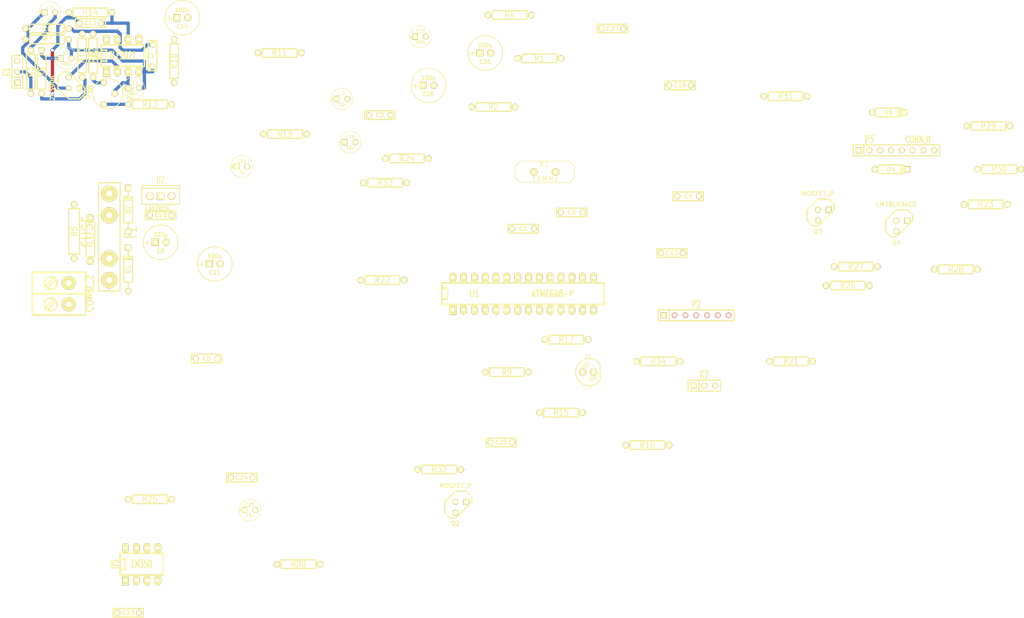
<source format=kicad_pcb>
(kicad_pcb (version 3) (host pcbnew "(2013-may-01)-stable")

  (general
    (links 165)
    (no_connects 140)
    (area 8.85825 13.995399 249.301 159.537401)
    (thickness 1.6)
    (drawings 0)
    (tracks 94)
    (zones 0)
    (modules 83)
    (nets 54)
  )

  (page A3)
  (layers
    (15 F.Cu signal)
    (0 B.Cu signal)
    (16 B.Adhes user)
    (17 F.Adhes user)
    (18 B.Paste user)
    (19 F.Paste user)
    (20 B.SilkS user)
    (21 F.SilkS user)
    (22 B.Mask user)
    (23 F.Mask user)
    (24 Dwgs.User user)
    (25 Cmts.User user)
    (26 Eco1.User user)
    (27 Eco2.User user)
    (28 Edge.Cuts user)
  )

  (setup
    (last_trace_width 0.762)
    (trace_clearance 0.254)
    (zone_clearance 0.508)
    (zone_45_only no)
    (trace_min 0.254)
    (segment_width 0.2)
    (edge_width 0.15)
    (via_size 0.889)
    (via_drill 0.635)
    (via_min_size 0.889)
    (via_min_drill 0.508)
    (uvia_size 0.508)
    (uvia_drill 0.127)
    (uvias_allowed no)
    (uvia_min_size 0.508)
    (uvia_min_drill 0.127)
    (pcb_text_width 0.3)
    (pcb_text_size 1 1)
    (mod_edge_width 0.15)
    (mod_text_size 1 1)
    (mod_text_width 0.15)
    (pad_size 1 1)
    (pad_drill 0.6)
    (pad_to_mask_clearance 0)
    (aux_axis_origin 0 0)
    (visible_elements 7FFFFFFF)
    (pcbplotparams
      (layerselection 3178497)
      (usegerberextensions true)
      (excludeedgelayer true)
      (linewidth 152400)
      (plotframeref false)
      (viasonmask false)
      (mode 1)
      (useauxorigin false)
      (hpglpennumber 1)
      (hpglpenspeed 20)
      (hpglpendiameter 15)
      (hpglpenoverlay 2)
      (psnegative false)
      (psa4output false)
      (plotreference true)
      (plotvalue true)
      (plotothertext true)
      (plotinvisibletext false)
      (padsonsilk false)
      (subtractmaskfromsilk false)
      (outputformat 1)
      (mirror false)
      (drillshape 1)
      (scaleselection 1)
      (outputdirectory ""))
  )

  (net 0 "")
  (net 1 +5V)
  (net 2 /DISPLAY_CS)
  (net 3 /DISPLAY_DC)
  (net 4 /DISPLAY_LED)
  (net 5 /DISPLAY_RST)
  (net 6 /KEYBOARD)
  (net 7 /MISO)
  (net 8 /MOSI)
  (net 9 /OUTPUT)
  (net 10 /RADAR_EN)
  (net 11 /RESET)
  (net 12 /SCK)
  (net 13 /radar_100db)
  (net 14 /radar_60db)
  (net 15 /radar_80db)
  (net 16 /radar_out)
  (net 17 GND)
  (net 18 N-0000012)
  (net 19 N-0000013)
  (net 20 N-0000014)
  (net 21 N-0000015)
  (net 22 N-0000016)
  (net 23 N-0000017)
  (net 24 N-0000018)
  (net 25 N-0000023)
  (net 26 N-0000024)
  (net 27 N-0000025)
  (net 28 N-0000026)
  (net 29 N-0000027)
  (net 30 N-0000029)
  (net 31 N-0000031)
  (net 32 N-0000032)
  (net 33 N-0000034)
  (net 34 N-0000035)
  (net 35 N-0000037)
  (net 36 N-0000038)
  (net 37 N-0000039)
  (net 38 N-000004)
  (net 39 N-0000040)
  (net 40 N-0000041)
  (net 41 N-0000042)
  (net 42 N-0000043)
  (net 43 N-0000044)
  (net 44 N-0000045)
  (net 45 N-0000047)
  (net 46 N-000005)
  (net 47 N-0000054)
  (net 48 N-0000057)
  (net 49 N-0000059)
  (net 50 N-000006)
  (net 51 N-0000060)
  (net 52 N-000007)
  (net 53 N-000008)

  (net_class Default "Dies ist die voreingestellte Netzklasse."
    (clearance 0.254)
    (trace_width 0.762)
    (via_dia 0.889)
    (via_drill 0.635)
    (uvia_dia 0.508)
    (uvia_drill 0.127)
    (add_net "")
    (add_net +5V)
    (add_net /DISPLAY_CS)
    (add_net /DISPLAY_DC)
    (add_net /DISPLAY_LED)
    (add_net /DISPLAY_RST)
    (add_net /KEYBOARD)
    (add_net /MISO)
    (add_net /MOSI)
    (add_net /OUTPUT)
    (add_net /RADAR_EN)
    (add_net /RESET)
    (add_net /SCK)
    (add_net /radar_100db)
    (add_net /radar_60db)
    (add_net /radar_80db)
    (add_net /radar_out)
    (add_net GND)
    (add_net N-0000012)
    (add_net N-0000013)
    (add_net N-0000014)
    (add_net N-0000015)
    (add_net N-0000016)
    (add_net N-0000017)
    (add_net N-0000018)
    (add_net N-0000023)
    (add_net N-0000024)
    (add_net N-0000025)
    (add_net N-0000026)
    (add_net N-0000027)
    (add_net N-0000029)
    (add_net N-0000031)
    (add_net N-0000032)
    (add_net N-0000034)
    (add_net N-0000035)
    (add_net N-0000037)
    (add_net N-0000038)
    (add_net N-0000039)
    (add_net N-000004)
    (add_net N-0000040)
    (add_net N-0000041)
    (add_net N-0000042)
    (add_net N-0000043)
    (add_net N-0000044)
    (add_net N-0000045)
    (add_net N-0000047)
    (add_net N-000005)
    (add_net N-0000054)
    (add_net N-0000057)
    (add_net N-0000059)
    (add_net N-000006)
    (add_net N-0000060)
    (add_net N-000007)
    (add_net N-000008)
  )

  (module TO92DGS (layer F.Cu) (tedit 4469CFF0) (tstamp 52E00CD7)
    (at 201.93 64.77)
    (descr "Transistor TO92 brochage type BC237")
    (tags "TR TO92")
    (path /52DC1F7B)
    (fp_text reference Q3 (at -1.27 3.81) (layer F.SilkS)
      (effects (font (size 1.016 1.016) (thickness 0.2032)))
    )
    (fp_text value MOSFET_P (at -1.27 -5.08) (layer F.SilkS)
      (effects (font (size 1.016 1.016) (thickness 0.2032)))
    )
    (fp_line (start -1.27 2.54) (end 2.54 -1.27) (layer F.SilkS) (width 0.3048))
    (fp_line (start 2.54 -1.27) (end 2.54 -2.54) (layer F.SilkS) (width 0.3048))
    (fp_line (start 2.54 -2.54) (end 1.27 -3.81) (layer F.SilkS) (width 0.3048))
    (fp_line (start 1.27 -3.81) (end -1.27 -3.81) (layer F.SilkS) (width 0.3048))
    (fp_line (start -1.27 -3.81) (end -3.81 -1.27) (layer F.SilkS) (width 0.3048))
    (fp_line (start -3.81 -1.27) (end -3.81 1.27) (layer F.SilkS) (width 0.3048))
    (fp_line (start -3.81 1.27) (end -2.54 2.54) (layer F.SilkS) (width 0.3048))
    (fp_line (start -2.54 2.54) (end -1.27 2.54) (layer F.SilkS) (width 0.3048))
    (pad D thru_hole rect (at 1.27 -1.27) (size 1.397 1.397) (drill 0.8128)
      (layers *.Cu *.Mask F.SilkS)
      (net 23 N-0000017)
    )
    (pad G thru_hole circle (at -1.27 -1.27) (size 1.397 1.397) (drill 0.8128)
      (layers *.Cu *.Mask F.SilkS)
      (net 4 /DISPLAY_LED)
    )
    (pad S thru_hole circle (at -1.27 1.27) (size 1.397 1.397) (drill 0.8128)
      (layers *.Cu *.Mask F.SilkS)
      (net 38 N-000004)
    )
    (model discret/to98.wrl
      (at (xyz 0 0 0))
      (scale (xyz 1 1 1))
      (rotate (xyz 0 0 0))
    )
  )

  (module TO92DGS (layer F.Cu) (tedit 4469CFF0) (tstamp 52E00CE6)
    (at 116.84 133.35)
    (descr "Transistor TO92 brochage type BC237")
    (tags "TR TO92")
    (path /52DBED38)
    (fp_text reference Q2 (at -1.27 3.81) (layer F.SilkS)
      (effects (font (size 1.016 1.016) (thickness 0.2032)))
    )
    (fp_text value MOSFET_P (at -1.27 -5.08) (layer F.SilkS)
      (effects (font (size 1.016 1.016) (thickness 0.2032)))
    )
    (fp_line (start -1.27 2.54) (end 2.54 -1.27) (layer F.SilkS) (width 0.3048))
    (fp_line (start 2.54 -1.27) (end 2.54 -2.54) (layer F.SilkS) (width 0.3048))
    (fp_line (start 2.54 -2.54) (end 1.27 -3.81) (layer F.SilkS) (width 0.3048))
    (fp_line (start 1.27 -3.81) (end -1.27 -3.81) (layer F.SilkS) (width 0.3048))
    (fp_line (start -1.27 -3.81) (end -3.81 -1.27) (layer F.SilkS) (width 0.3048))
    (fp_line (start -3.81 -1.27) (end -3.81 1.27) (layer F.SilkS) (width 0.3048))
    (fp_line (start -3.81 1.27) (end -2.54 2.54) (layer F.SilkS) (width 0.3048))
    (fp_line (start -2.54 2.54) (end -1.27 2.54) (layer F.SilkS) (width 0.3048))
    (pad D thru_hole rect (at 1.27 -1.27) (size 1.397 1.397) (drill 0.8128)
      (layers *.Cu *.Mask F.SilkS)
      (net 35 N-0000037)
    )
    (pad G thru_hole circle (at -1.27 -1.27) (size 1.397 1.397) (drill 0.8128)
      (layers *.Cu *.Mask F.SilkS)
      (net 10 /RADAR_EN)
    )
    (pad S thru_hole circle (at -1.27 1.27) (size 1.397 1.397) (drill 0.8128)
      (layers *.Cu *.Mask F.SilkS)
      (net 1 +5V)
    )
    (model discret/to98.wrl
      (at (xyz 0 0 0))
      (scale (xyz 1 1 1))
      (rotate (xyz 0 0 0))
    )
  )

  (module TO92-INVERT (layer F.Cu) (tedit 443CFFF4) (tstamp 52E00CF5)
    (at 26.035 33.655 90)
    (descr "Transistor TO92 brochage type BC237")
    (tags "TR TO92")
    (path /52DA63B9)
    (fp_text reference Q1 (at -1.27 3.81 90) (layer F.SilkS)
      (effects (font (size 1.016 1.016) (thickness 0.2032)))
    )
    (fp_text value 2N3906 (at -1.27 -5.08 90) (layer F.SilkS)
      (effects (font (size 1.016 1.016) (thickness 0.2032)))
    )
    (fp_line (start -1.27 2.54) (end 2.54 -1.27) (layer F.SilkS) (width 0.3048))
    (fp_line (start 2.54 -1.27) (end 2.54 -2.54) (layer F.SilkS) (width 0.3048))
    (fp_line (start 2.54 -2.54) (end 1.27 -3.81) (layer F.SilkS) (width 0.3048))
    (fp_line (start 1.27 -3.81) (end -1.27 -3.81) (layer F.SilkS) (width 0.3048))
    (fp_line (start -1.27 -3.81) (end -3.81 -1.27) (layer F.SilkS) (width 0.3048))
    (fp_line (start -3.81 -1.27) (end -3.81 1.27) (layer F.SilkS) (width 0.3048))
    (fp_line (start -3.81 1.27) (end -2.54 2.54) (layer F.SilkS) (width 0.3048))
    (fp_line (start -2.54 2.54) (end -1.27 2.54) (layer F.SilkS) (width 0.3048))
    (pad 1 thru_hole rect (at -1.27 1.27 90) (size 1.397 1.397) (drill 0.8128)
      (layers *.Cu *.Mask F.SilkS)
      (net 36 N-0000038)
    )
    (pad 2 thru_hole circle (at -1.27 -1.27 90) (size 1.397 1.397) (drill 0.8128)
      (layers *.Cu *.Mask F.SilkS)
      (net 49 N-0000059)
    )
    (pad 3 thru_hole circle (at 1.27 -1.27 90) (size 1.397 1.397) (drill 0.8128)
      (layers *.Cu *.Mask F.SilkS)
      (net 44 N-0000045)
    )
    (model discret/to98.wrl
      (at (xyz 0 0 0))
      (scale (xyz 1 1 1))
      (rotate (xyz 0 0 0))
    )
  )

  (module TO92 (layer F.Cu) (tedit 443CFFD1) (tstamp 52E00D04)
    (at 220.345 67.31)
    (descr "Transistor TO92 brochage type BC237")
    (tags "TR TO92")
    (path /52DC353C)
    (fp_text reference U4 (at -1.27 3.81) (layer F.SilkS)
      (effects (font (size 1.016 1.016) (thickness 0.2032)))
    )
    (fp_text value LM78L03ACZ (at -1.27 -5.08) (layer F.SilkS)
      (effects (font (size 1.016 1.016) (thickness 0.2032)))
    )
    (fp_line (start -1.27 2.54) (end 2.54 -1.27) (layer F.SilkS) (width 0.3048))
    (fp_line (start 2.54 -1.27) (end 2.54 -2.54) (layer F.SilkS) (width 0.3048))
    (fp_line (start 2.54 -2.54) (end 1.27 -3.81) (layer F.SilkS) (width 0.3048))
    (fp_line (start 1.27 -3.81) (end -1.27 -3.81) (layer F.SilkS) (width 0.3048))
    (fp_line (start -1.27 -3.81) (end -3.81 -1.27) (layer F.SilkS) (width 0.3048))
    (fp_line (start -3.81 -1.27) (end -3.81 1.27) (layer F.SilkS) (width 0.3048))
    (fp_line (start -3.81 1.27) (end -2.54 2.54) (layer F.SilkS) (width 0.3048))
    (fp_line (start -2.54 2.54) (end -1.27 2.54) (layer F.SilkS) (width 0.3048))
    (pad 1 thru_hole rect (at 1.27 -1.27) (size 1.397 1.397) (drill 0.8128)
      (layers *.Cu *.Mask F.SilkS)
      (net 1 +5V)
    )
    (pad 2 thru_hole circle (at -1.27 -1.27) (size 1.397 1.397) (drill 0.8128)
      (layers *.Cu *.Mask F.SilkS)
      (net 17 GND)
    )
    (pad 3 thru_hole circle (at -1.27 1.27) (size 1.397 1.397) (drill 0.8128)
      (layers *.Cu *.Mask F.SilkS)
      (net 52 N-000007)
    )
    (model discret/to98.wrl
      (at (xyz 0 0 0))
      (scale (xyz 1 1 1))
      (rotate (xyz 0 0 0))
    )
  )

  (module SIL-8 (layer F.Cu) (tedit 200000) (tstamp 52E00D15)
    (at 219.075 49.53)
    (descr "Connecteur 8 pins")
    (tags "CONN DEV")
    (path /52DC1F53)
    (fp_text reference P3 (at -6.35 -2.54) (layer F.SilkS)
      (effects (font (size 1.72974 1.08712) (thickness 0.3048)))
    )
    (fp_text value CONN_8 (at 5.08 -2.54) (layer F.SilkS)
      (effects (font (size 1.524 1.016) (thickness 0.3048)))
    )
    (fp_line (start -10.16 -1.27) (end 10.16 -1.27) (layer F.SilkS) (width 0.3048))
    (fp_line (start 10.16 -1.27) (end 10.16 1.27) (layer F.SilkS) (width 0.3048))
    (fp_line (start 10.16 1.27) (end -10.16 1.27) (layer F.SilkS) (width 0.3048))
    (fp_line (start -10.16 1.27) (end -10.16 -1.27) (layer F.SilkS) (width 0.3048))
    (fp_line (start -7.62 1.27) (end -7.62 -1.27) (layer F.SilkS) (width 0.3048))
    (pad 1 thru_hole rect (at -8.89 0) (size 1.397 1.397) (drill 0.8128)
      (layers *.Cu *.Mask F.SilkS)
      (net 46 N-000005)
    )
    (pad 2 thru_hole circle (at -6.35 0) (size 1.397 1.397) (drill 0.8128)
      (layers *.Cu *.Mask F.SilkS)
      (net 5 /DISPLAY_RST)
    )
    (pad 3 thru_hole circle (at -3.81 0) (size 1.397 1.397) (drill 0.8128)
      (layers *.Cu *.Mask F.SilkS)
      (net 2 /DISPLAY_CS)
    )
    (pad 4 thru_hole circle (at -1.27 0) (size 1.397 1.397) (drill 0.8128)
      (layers *.Cu *.Mask F.SilkS)
      (net 3 /DISPLAY_DC)
    )
    (pad 5 thru_hole circle (at 1.27 0) (size 1.397 1.397) (drill 0.8128)
      (layers *.Cu *.Mask F.SilkS)
      (net 53 N-000008)
    )
    (pad 6 thru_hole circle (at 3.81 0) (size 1.397 1.397) (drill 0.8128)
      (layers *.Cu *.Mask F.SilkS)
      (net 50 N-000006)
    )
    (pad 7 thru_hole circle (at 6.35 0) (size 1.397 1.397) (drill 0.8128)
      (layers *.Cu *.Mask F.SilkS)
      (net 52 N-000007)
    )
    (pad 8 thru_hole circle (at 8.89 0) (size 1.397 1.397) (drill 0.8128)
      (layers *.Cu *.Mask F.SilkS)
      (net 17 GND)
    )
  )

  (module SIL-7 (layer F.Cu) (tedit 200000) (tstamp 52E00D27)
    (at 172.085 88.265)
    (descr "Connecteur 7 pins")
    (tags "CONN DEV")
    (path /52DC8950)
    (fp_text reference P2 (at 0 -2.54) (layer F.SilkS)
      (effects (font (size 1.72974 1.08712) (thickness 0.3048)))
    )
    (fp_text value CONN_7 (at 0 -2.54) (layer F.SilkS) hide
      (effects (font (size 1.524 1.016) (thickness 0.3048)))
    )
    (fp_line (start -8.89 -1.27) (end -8.89 -1.27) (layer F.SilkS) (width 0.3048))
    (fp_line (start -8.89 -1.27) (end 8.89 -1.27) (layer F.SilkS) (width 0.3048))
    (fp_line (start 8.89 -1.27) (end 8.89 1.27) (layer F.SilkS) (width 0.3048))
    (fp_line (start 8.89 1.27) (end -8.89 1.27) (layer F.SilkS) (width 0.3048))
    (fp_line (start -8.89 1.27) (end -8.89 -1.27) (layer F.SilkS) (width 0.3048))
    (fp_line (start -6.35 1.27) (end -6.35 1.27) (layer F.SilkS) (width 0.3048))
    (fp_line (start -6.35 1.27) (end -6.35 -1.27) (layer F.SilkS) (width 0.3048))
    (pad 1 thru_hole rect (at -7.62 0) (size 1.397 1.397) (drill 0.8128)
      (layers *.Cu *.Mask F.SilkS)
      (net 1 +5V)
    )
    (pad 2 thru_hole circle (at -5.08 0) (size 1.397 1.397) (drill 0.8128)
      (layers *.Cu *.SilkS *.Mask)
      (net 17 GND)
    )
    (pad 3 thru_hole circle (at -2.54 0) (size 1.397 1.397) (drill 0.8128)
      (layers *.Cu *.SilkS *.Mask)
      (net 6 /KEYBOARD)
    )
    (pad 4 thru_hole circle (at 0 0) (size 1.397 1.397) (drill 0.8128)
      (layers *.Cu *.SilkS *.Mask)
      (net 7 /MISO)
    )
    (pad 5 thru_hole circle (at 2.54 0) (size 1.397 1.397) (drill 0.8128)
      (layers *.Cu *.SilkS *.Mask)
      (net 8 /MOSI)
    )
    (pad 6 thru_hole circle (at 5.08 0) (size 1.397 1.397) (drill 0.8128)
      (layers *.Cu *.SilkS *.Mask)
      (net 12 /SCK)
    )
    (pad 7 thru_hole circle (at 7.62 0) (size 1.397 1.397) (drill 0.8128)
      (layers *.Cu *.SilkS *.Mask)
      (net 11 /RESET)
    )
  )

  (module SIL-3 (layer F.Cu) (tedit 200000) (tstamp 52E00D33)
    (at 12.7 31.115 90)
    (descr "Connecteur 3 pins")
    (tags "CONN DEV")
    (path /52DBAB85)
    (fp_text reference K1 (at 0 -2.54 90) (layer F.SilkS)
      (effects (font (size 1.7907 1.07696) (thickness 0.3048)))
    )
    (fp_text value CONN_3 (at 0 -2.54 90) (layer F.SilkS) hide
      (effects (font (size 1.524 1.016) (thickness 0.3048)))
    )
    (fp_line (start -3.81 1.27) (end -3.81 -1.27) (layer F.SilkS) (width 0.3048))
    (fp_line (start -3.81 -1.27) (end 3.81 -1.27) (layer F.SilkS) (width 0.3048))
    (fp_line (start 3.81 -1.27) (end 3.81 1.27) (layer F.SilkS) (width 0.3048))
    (fp_line (start 3.81 1.27) (end -3.81 1.27) (layer F.SilkS) (width 0.3048))
    (fp_line (start -1.27 -1.27) (end -1.27 1.27) (layer F.SilkS) (width 0.3048))
    (pad 1 thru_hole rect (at -2.54 0 90) (size 1.397 1.397) (drill 0.8128)
      (layers *.Cu *.Mask F.SilkS)
      (net 35 N-0000037)
    )
    (pad 2 thru_hole circle (at 0 0 90) (size 1.397 1.397) (drill 0.8128)
      (layers *.Cu *.Mask F.SilkS)
      (net 16 /radar_out)
    )
    (pad 3 thru_hole circle (at 2.54 0 90) (size 1.397 1.397) (drill 0.8128)
      (layers *.Cu *.Mask F.SilkS)
      (net 17 GND)
    )
  )

  (module SIL-3 (layer F.Cu) (tedit 200000) (tstamp 52E00D3F)
    (at 173.99 104.775)
    (descr "Connecteur 3 pins")
    (tags "CONN DEV")
    (path /52DC7BEC)
    (fp_text reference K2 (at 0 -2.54) (layer F.SilkS)
      (effects (font (size 1.7907 1.07696) (thickness 0.3048)))
    )
    (fp_text value CONN_3 (at 0 -2.54) (layer F.SilkS) hide
      (effects (font (size 1.524 1.016) (thickness 0.3048)))
    )
    (fp_line (start -3.81 1.27) (end -3.81 -1.27) (layer F.SilkS) (width 0.3048))
    (fp_line (start -3.81 -1.27) (end 3.81 -1.27) (layer F.SilkS) (width 0.3048))
    (fp_line (start 3.81 -1.27) (end 3.81 1.27) (layer F.SilkS) (width 0.3048))
    (fp_line (start 3.81 1.27) (end -3.81 1.27) (layer F.SilkS) (width 0.3048))
    (fp_line (start -1.27 -1.27) (end -1.27 1.27) (layer F.SilkS) (width 0.3048))
    (pad 1 thru_hole rect (at -2.54 0) (size 1.397 1.397) (drill 0.8128)
      (layers *.Cu *.Mask F.SilkS)
      (net 30 N-0000029)
    )
    (pad 2 thru_hole circle (at 0 0) (size 1.397 1.397) (drill 0.8128)
      (layers *.Cu *.Mask F.SilkS)
      (net 1 +5V)
    )
    (pad 3 thru_hole circle (at 2.54 0) (size 1.397 1.397) (drill 0.8128)
      (layers *.Cu *.Mask F.SilkS)
      (net 17 GND)
    )
  )

  (module RV2 (layer F.Cu) (tedit 3FA15781) (tstamp 52E00D47)
    (at 34.29 36.195 270)
    (descr "Resistance variable / potentiometre")
    (tags R)
    (path /52DA64F8)
    (autoplace_cost90 10)
    (autoplace_cost180 10)
    (fp_text reference RV1 (at 0 -5.08 270) (layer F.SilkS)
      (effects (font (size 1.397 1.27) (thickness 0.2032)))
    )
    (fp_text value 50k (at -0.254 5.207 270) (layer F.SilkS)
      (effects (font (size 1.397 1.27) (thickness 0.2032)))
    )
    (fp_circle (center 0 0.381) (end 0 -3.175) (layer F.SilkS) (width 0.2032))
    (pad 1 thru_hole circle (at -2.54 1.27 270) (size 1.524 1.524) (drill 0.8128)
      (layers *.Cu *.Mask F.SilkS)
      (net 39 N-0000040)
    )
    (pad 2 thru_hole circle (at 0 -1.27 270) (size 1.524 1.524) (drill 0.8128)
      (layers *.Cu *.Mask F.SilkS)
      (net 42 N-0000043)
    )
    (pad 3 thru_hole circle (at 2.54 1.27 270) (size 1.524 1.524) (drill 0.8128)
      (layers *.Cu *.Mask F.SilkS)
      (net 40 N-0000041)
    )
    (model discret/adjustable_rx2.wrl
      (at (xyz 0 0 0))
      (scale (xyz 1 1 1))
      (rotate (xyz 0 0 0))
    )
  )

  (module RIACON_007-2 (layer F.Cu) (tedit 515B18B9) (tstamp 52E00D5A)
    (at 24.765 83.185 270)
    (path /52DC6EC2)
    (fp_text reference P1 (at 0 -5.00126 270) (layer F.SilkS)
      (effects (font (size 1.524 1.524) (thickness 0.3048)))
    )
    (fp_text value CONN_2 (at 0 -5.00126 270) (layer F.SilkS)
      (effects (font (size 1.524 1.524) (thickness 0.3048)))
    )
    (fp_line (start -4.99872 8.49884) (end 5.00126 8.49884) (layer F.SilkS) (width 0.381))
    (fp_line (start -4.99872 -4.0005) (end 5.00126 -4.0005) (layer F.SilkS) (width 0.381))
    (fp_line (start -1.80086 5.40004) (end -3.70078 3.50012) (layer F.SilkS) (width 0.381))
    (fp_line (start -1.30048 4.89966) (end -3.2004 2.99974) (layer F.SilkS) (width 0.381))
    (fp_line (start 3.2004 5.40004) (end 1.30048 3.50012) (layer F.SilkS) (width 0.381))
    (fp_line (start 3.70078 4.89966) (end 1.80086 2.99974) (layer F.SilkS) (width 0.381))
    (fp_circle (center -2.49936 4.20116) (end -2.49936 5.69976) (layer F.SilkS) (width 0.381))
    (fp_circle (center 2.49936 4.20116) (end 2.49936 5.69976) (layer F.SilkS) (width 0.381))
    (fp_circle (center -2.49936 0) (end -2.49936 0.7493) (layer F.SilkS) (width 0.381))
    (fp_circle (center 2.49936 0) (end 2.49936 0.7493) (layer F.SilkS) (width 0.381))
    (fp_line (start 0 -3.8989) (end 0 8.45058) (layer F.SilkS) (width 0.381))
    (fp_line (start 4.99872 -3.8989) (end 4.99872 8.45058) (layer F.SilkS) (width 0.381))
    (fp_line (start -5.00126 8.45058) (end -5.00126 -3.8989) (layer F.SilkS) (width 0.381))
    (pad 2 thru_hole circle (at 2.49936 0 270) (size 3.29946 3.29946) (drill 1.30048)
      (layers *.Cu *.Mask F.SilkS)
      (net 17 GND)
    )
    (pad 1 thru_hole circle (at -2.49936 0 270) (size 3.29946 3.29946) (drill 1.30048)
      (layers *.Cu *.Mask F.SilkS)
      (net 29 N-0000027)
    )
  )

  (module R5 (layer F.Cu) (tedit 200000) (tstamp 52E00D67)
    (at 26.035 68.58 90)
    (descr "Resistance 5 pas")
    (tags R)
    (path /52DC6EAB)
    (autoplace_cost180 10)
    (fp_text reference R5 (at 0 0 90) (layer F.SilkS)
      (effects (font (size 1.397 1.27) (thickness 0.2032)))
    )
    (fp_text value 1 (at 0 0 90) (layer F.SilkS) hide
      (effects (font (size 1.397 1.27) (thickness 0.2032)))
    )
    (fp_line (start -6.35 0) (end -5.334 0) (layer F.SilkS) (width 0.3048))
    (fp_line (start 6.35 0) (end 5.334 0) (layer F.SilkS) (width 0.3048))
    (fp_line (start 5.334 -1.27) (end 5.334 1.27) (layer F.SilkS) (width 0.3048))
    (fp_line (start 5.334 1.27) (end -5.334 1.27) (layer F.SilkS) (width 0.3048))
    (fp_line (start -5.334 1.27) (end -5.334 -1.27) (layer F.SilkS) (width 0.3048))
    (fp_line (start -5.334 -1.27) (end 5.334 -1.27) (layer F.SilkS) (width 0.3048))
    (fp_line (start -5.334 -0.762) (end -4.826 -1.27) (layer F.SilkS) (width 0.3048))
    (pad 1 thru_hole circle (at -6.35 0 90) (size 1.524 1.524) (drill 0.8128)
      (layers *.Cu *.Mask F.SilkS)
      (net 27 N-0000025)
    )
    (pad 2 thru_hole circle (at 6.35 0 90) (size 1.524 1.524) (drill 0.8128)
      (layers *.Cu *.Mask F.SilkS)
      (net 28 N-0000026)
    )
    (model discret/resistor.wrl
      (at (xyz 0 0 0))
      (scale (xyz 0.5 0.5 0.5))
      (rotate (xyz 0 0 0))
    )
  )

  (module R4-LARGE_PADS (layer F.Cu) (tedit 47E2673E) (tstamp 52E00D75)
    (at 29.845 70.485 90)
    (descr "Resitance 4 pas")
    (tags R)
    (path /52DC6B81)
    (autoplace_cost180 10)
    (fp_text reference L1 (at 0 0 90) (layer F.SilkS)
      (effects (font (size 1.397 1.27) (thickness 0.2032)))
    )
    (fp_text value 47µ (at 0 0 90) (layer F.SilkS) hide
      (effects (font (size 1.397 1.27) (thickness 0.2032)))
    )
    (fp_line (start -5.08 0) (end -4.064 0) (layer F.SilkS) (width 0.3048))
    (fp_line (start -4.064 0) (end -4.064 -1.016) (layer F.SilkS) (width 0.3048))
    (fp_line (start -4.064 -1.016) (end 4.064 -1.016) (layer F.SilkS) (width 0.3048))
    (fp_line (start 4.064 -1.016) (end 4.064 1.016) (layer F.SilkS) (width 0.3048))
    (fp_line (start 4.064 1.016) (end -4.064 1.016) (layer F.SilkS) (width 0.3048))
    (fp_line (start -4.064 1.016) (end -4.064 0) (layer F.SilkS) (width 0.3048))
    (fp_line (start -4.064 -0.508) (end -3.556 -1.016) (layer F.SilkS) (width 0.3048))
    (fp_line (start 5.08 0) (end 4.064 0) (layer F.SilkS) (width 0.3048))
    (pad 1 thru_hole circle (at -5.08 0 90) (size 1.778 1.778) (drill 0.8128)
      (layers *.Cu *.Mask F.SilkS)
      (net 27 N-0000025)
    )
    (pad 2 thru_hole circle (at 5.08 0 90) (size 1.778 1.778) (drill 0.8128)
      (layers *.Cu *.Mask F.SilkS)
      (net 26 N-0000024)
    )
    (model discret/resistor.wrl
      (at (xyz 0 0 0))
      (scale (xyz 0.4 0.4 0.4))
      (rotate (xyz 0 0 0))
    )
  )

  (module R4 (layer F.Cu) (tedit 200000) (tstamp 52E00D83)
    (at 127.635 101.6)
    (descr "Resitance 4 pas")
    (tags R)
    (path /52DBF662)
    (autoplace_cost180 10)
    (fp_text reference R9 (at 0 0) (layer F.SilkS)
      (effects (font (size 1.397 1.27) (thickness 0.2032)))
    )
    (fp_text value 47k (at 0 0) (layer F.SilkS) hide
      (effects (font (size 1.397 1.27) (thickness 0.2032)))
    )
    (fp_line (start -5.08 0) (end -4.064 0) (layer F.SilkS) (width 0.3048))
    (fp_line (start -4.064 0) (end -4.064 -1.016) (layer F.SilkS) (width 0.3048))
    (fp_line (start -4.064 -1.016) (end 4.064 -1.016) (layer F.SilkS) (width 0.3048))
    (fp_line (start 4.064 -1.016) (end 4.064 1.016) (layer F.SilkS) (width 0.3048))
    (fp_line (start 4.064 1.016) (end -4.064 1.016) (layer F.SilkS) (width 0.3048))
    (fp_line (start -4.064 1.016) (end -4.064 0) (layer F.SilkS) (width 0.3048))
    (fp_line (start -4.064 -0.508) (end -3.556 -1.016) (layer F.SilkS) (width 0.3048))
    (fp_line (start 5.08 0) (end 4.064 0) (layer F.SilkS) (width 0.3048))
    (pad 1 thru_hole circle (at -5.08 0) (size 1.524 1.524) (drill 0.8128)
      (layers *.Cu *.Mask F.SilkS)
      (net 11 /RESET)
    )
    (pad 2 thru_hole circle (at 5.08 0) (size 1.524 1.524) (drill 0.8128)
      (layers *.Cu *.Mask F.SilkS)
      (net 47 N-0000054)
    )
    (model discret/resistor.wrl
      (at (xyz 0 0 0))
      (scale (xyz 0.4 0.4 0.4))
      (rotate (xyz 0 0 0))
    )
  )

  (module R4 (layer F.Cu) (tedit 200000) (tstamp 52E00D91)
    (at 98.425 80.01)
    (descr "Resitance 4 pas")
    (tags R)
    (path /52DBEDCD)
    (autoplace_cost180 10)
    (fp_text reference R22 (at 0 0) (layer F.SilkS)
      (effects (font (size 1.397 1.27) (thickness 0.2032)))
    )
    (fp_text value 47k (at 0 0) (layer F.SilkS) hide
      (effects (font (size 1.397 1.27) (thickness 0.2032)))
    )
    (fp_line (start -5.08 0) (end -4.064 0) (layer F.SilkS) (width 0.3048))
    (fp_line (start -4.064 0) (end -4.064 -1.016) (layer F.SilkS) (width 0.3048))
    (fp_line (start -4.064 -1.016) (end 4.064 -1.016) (layer F.SilkS) (width 0.3048))
    (fp_line (start 4.064 -1.016) (end 4.064 1.016) (layer F.SilkS) (width 0.3048))
    (fp_line (start 4.064 1.016) (end -4.064 1.016) (layer F.SilkS) (width 0.3048))
    (fp_line (start -4.064 1.016) (end -4.064 0) (layer F.SilkS) (width 0.3048))
    (fp_line (start -4.064 -0.508) (end -3.556 -1.016) (layer F.SilkS) (width 0.3048))
    (fp_line (start 5.08 0) (end 4.064 0) (layer F.SilkS) (width 0.3048))
    (pad 1 thru_hole circle (at -5.08 0) (size 1.524 1.524) (drill 0.8128)
      (layers *.Cu *.Mask F.SilkS)
      (net 1 +5V)
    )
    (pad 2 thru_hole circle (at 5.08 0) (size 1.524 1.524) (drill 0.8128)
      (layers *.Cu *.Mask F.SilkS)
      (net 10 /RADAR_EN)
    )
    (model discret/resistor.wrl
      (at (xyz 0 0 0))
      (scale (xyz 0.4 0.4 0.4))
      (rotate (xyz 0 0 0))
    )
  )

  (module R4 (layer F.Cu) (tedit 200000) (tstamp 52E00D9F)
    (at 128.27 17.78)
    (descr "Resitance 4 pas")
    (tags R)
    (path /52DBF651)
    (autoplace_cost180 10)
    (fp_text reference R4 (at 0 0) (layer F.SilkS)
      (effects (font (size 1.397 1.27) (thickness 0.2032)))
    )
    (fp_text value 100 (at 0 0) (layer F.SilkS) hide
      (effects (font (size 1.397 1.27) (thickness 0.2032)))
    )
    (fp_line (start -5.08 0) (end -4.064 0) (layer F.SilkS) (width 0.3048))
    (fp_line (start -4.064 0) (end -4.064 -1.016) (layer F.SilkS) (width 0.3048))
    (fp_line (start -4.064 -1.016) (end 4.064 -1.016) (layer F.SilkS) (width 0.3048))
    (fp_line (start 4.064 -1.016) (end 4.064 1.016) (layer F.SilkS) (width 0.3048))
    (fp_line (start 4.064 1.016) (end -4.064 1.016) (layer F.SilkS) (width 0.3048))
    (fp_line (start -4.064 1.016) (end -4.064 0) (layer F.SilkS) (width 0.3048))
    (fp_line (start -4.064 -0.508) (end -3.556 -1.016) (layer F.SilkS) (width 0.3048))
    (fp_line (start 5.08 0) (end 4.064 0) (layer F.SilkS) (width 0.3048))
    (pad 1 thru_hole circle (at -5.08 0) (size 1.524 1.524) (drill 0.8128)
      (layers *.Cu *.Mask F.SilkS)
      (net 1 +5V)
    )
    (pad 2 thru_hole circle (at 5.08 0) (size 1.524 1.524) (drill 0.8128)
      (layers *.Cu *.Mask F.SilkS)
      (net 24 N-0000018)
    )
    (model discret/resistor.wrl
      (at (xyz 0 0 0))
      (scale (xyz 0.4 0.4 0.4))
      (rotate (xyz 0 0 0))
    )
  )

  (module R4 (layer F.Cu) (tedit 200000) (tstamp 52E00DAD)
    (at 135.255 27.94)
    (descr "Resitance 4 pas")
    (tags R)
    (path /52DBFF11)
    (autoplace_cost180 10)
    (fp_text reference R1 (at 0 0) (layer F.SilkS)
      (effects (font (size 1.397 1.27) (thickness 0.2032)))
    )
    (fp_text value 22k (at 0 0) (layer F.SilkS) hide
      (effects (font (size 1.397 1.27) (thickness 0.2032)))
    )
    (fp_line (start -5.08 0) (end -4.064 0) (layer F.SilkS) (width 0.3048))
    (fp_line (start -4.064 0) (end -4.064 -1.016) (layer F.SilkS) (width 0.3048))
    (fp_line (start -4.064 -1.016) (end 4.064 -1.016) (layer F.SilkS) (width 0.3048))
    (fp_line (start 4.064 -1.016) (end 4.064 1.016) (layer F.SilkS) (width 0.3048))
    (fp_line (start 4.064 1.016) (end -4.064 1.016) (layer F.SilkS) (width 0.3048))
    (fp_line (start -4.064 1.016) (end -4.064 0) (layer F.SilkS) (width 0.3048))
    (fp_line (start -4.064 -0.508) (end -3.556 -1.016) (layer F.SilkS) (width 0.3048))
    (fp_line (start 5.08 0) (end 4.064 0) (layer F.SilkS) (width 0.3048))
    (pad 1 thru_hole circle (at -5.08 0) (size 1.524 1.524) (drill 0.8128)
      (layers *.Cu *.Mask F.SilkS)
      (net 20 N-0000014)
    )
    (pad 2 thru_hole circle (at 5.08 0) (size 1.524 1.524) (drill 0.8128)
      (layers *.Cu *.Mask F.SilkS)
      (net 1 +5V)
    )
    (model discret/resistor.wrl
      (at (xyz 0 0 0))
      (scale (xyz 0.4 0.4 0.4))
      (rotate (xyz 0 0 0))
    )
  )

  (module R4 (layer F.Cu) (tedit 200000) (tstamp 52E00DBB)
    (at 124.46 39.37)
    (descr "Resitance 4 pas")
    (tags R)
    (path /52DBFF21)
    (autoplace_cost180 10)
    (fp_text reference R2 (at 0 0) (layer F.SilkS)
      (effects (font (size 1.397 1.27) (thickness 0.2032)))
    )
    (fp_text value 33k (at 0 0) (layer F.SilkS) hide
      (effects (font (size 1.397 1.27) (thickness 0.2032)))
    )
    (fp_line (start -5.08 0) (end -4.064 0) (layer F.SilkS) (width 0.3048))
    (fp_line (start -4.064 0) (end -4.064 -1.016) (layer F.SilkS) (width 0.3048))
    (fp_line (start -4.064 -1.016) (end 4.064 -1.016) (layer F.SilkS) (width 0.3048))
    (fp_line (start 4.064 -1.016) (end 4.064 1.016) (layer F.SilkS) (width 0.3048))
    (fp_line (start 4.064 1.016) (end -4.064 1.016) (layer F.SilkS) (width 0.3048))
    (fp_line (start -4.064 1.016) (end -4.064 0) (layer F.SilkS) (width 0.3048))
    (fp_line (start -4.064 -0.508) (end -3.556 -1.016) (layer F.SilkS) (width 0.3048))
    (fp_line (start 5.08 0) (end 4.064 0) (layer F.SilkS) (width 0.3048))
    (pad 1 thru_hole circle (at -5.08 0) (size 1.524 1.524) (drill 0.8128)
      (layers *.Cu *.Mask F.SilkS)
      (net 17 GND)
    )
    (pad 2 thru_hole circle (at 5.08 0) (size 1.524 1.524) (drill 0.8128)
      (layers *.Cu *.Mask F.SilkS)
      (net 20 N-0000014)
    )
    (model discret/resistor.wrl
      (at (xyz 0 0 0))
      (scale (xyz 0.4 0.4 0.4))
      (rotate (xyz 0 0 0))
    )
  )

  (module R4 (layer F.Cu) (tedit 200000) (tstamp 52E00DC9)
    (at 160.655 118.745)
    (descr "Resitance 4 pas")
    (tags R)
    (path /52DC184E)
    (autoplace_cost180 10)
    (fp_text reference R16 (at 0 0) (layer F.SilkS)
      (effects (font (size 1.397 1.27) (thickness 0.2032)))
    )
    (fp_text value 150 (at 0 0) (layer F.SilkS) hide
      (effects (font (size 1.397 1.27) (thickness 0.2032)))
    )
    (fp_line (start -5.08 0) (end -4.064 0) (layer F.SilkS) (width 0.3048))
    (fp_line (start -4.064 0) (end -4.064 -1.016) (layer F.SilkS) (width 0.3048))
    (fp_line (start -4.064 -1.016) (end 4.064 -1.016) (layer F.SilkS) (width 0.3048))
    (fp_line (start 4.064 -1.016) (end 4.064 1.016) (layer F.SilkS) (width 0.3048))
    (fp_line (start 4.064 1.016) (end -4.064 1.016) (layer F.SilkS) (width 0.3048))
    (fp_line (start -4.064 1.016) (end -4.064 0) (layer F.SilkS) (width 0.3048))
    (fp_line (start -4.064 -0.508) (end -3.556 -1.016) (layer F.SilkS) (width 0.3048))
    (fp_line (start 5.08 0) (end 4.064 0) (layer F.SilkS) (width 0.3048))
    (pad 1 thru_hole circle (at -5.08 0) (size 1.524 1.524) (drill 0.8128)
      (layers *.Cu *.Mask F.SilkS)
      (net 21 N-0000015)
    )
    (pad 2 thru_hole circle (at 5.08 0) (size 1.524 1.524) (drill 0.8128)
      (layers *.Cu *.Mask F.SilkS)
      (net 22 N-0000016)
    )
    (model discret/resistor.wrl
      (at (xyz 0 0 0))
      (scale (xyz 0.4 0.4 0.4))
      (rotate (xyz 0 0 0))
    )
  )

  (module R4 (layer F.Cu) (tedit 200000) (tstamp 52E00DD7)
    (at 78.74 146.685)
    (descr "Resitance 4 pas")
    (tags R)
    (path /52DB9F66)
    (autoplace_cost180 10)
    (fp_text reference R20 (at 0 0) (layer F.SilkS)
      (effects (font (size 1.397 1.27) (thickness 0.2032)))
    )
    (fp_text value 1k (at 0 0) (layer F.SilkS) hide
      (effects (font (size 1.397 1.27) (thickness 0.2032)))
    )
    (fp_line (start -5.08 0) (end -4.064 0) (layer F.SilkS) (width 0.3048))
    (fp_line (start -4.064 0) (end -4.064 -1.016) (layer F.SilkS) (width 0.3048))
    (fp_line (start -4.064 -1.016) (end 4.064 -1.016) (layer F.SilkS) (width 0.3048))
    (fp_line (start 4.064 -1.016) (end 4.064 1.016) (layer F.SilkS) (width 0.3048))
    (fp_line (start 4.064 1.016) (end -4.064 1.016) (layer F.SilkS) (width 0.3048))
    (fp_line (start -4.064 1.016) (end -4.064 0) (layer F.SilkS) (width 0.3048))
    (fp_line (start -4.064 -0.508) (end -3.556 -1.016) (layer F.SilkS) (width 0.3048))
    (fp_line (start 5.08 0) (end 4.064 0) (layer F.SilkS) (width 0.3048))
    (pad 1 thru_hole circle (at -5.08 0) (size 1.524 1.524) (drill 0.8128)
      (layers *.Cu *.Mask F.SilkS)
      (net 33 N-0000034)
    )
    (pad 2 thru_hole circle (at 5.08 0) (size 1.524 1.524) (drill 0.8128)
      (layers *.Cu *.Mask F.SilkS)
      (net 34 N-0000035)
    )
    (model discret/resistor.wrl
      (at (xyz 0 0 0))
      (scale (xyz 0.4 0.4 0.4))
      (rotate (xyz 0 0 0))
    )
  )

  (module R4 (layer F.Cu) (tedit 200000) (tstamp 52E00DE5)
    (at 193.04 36.83)
    (descr "Resitance 4 pas")
    (tags R)
    (path /52DC1F75)
    (autoplace_cost180 10)
    (fp_text reference R31 (at 0 0) (layer F.SilkS)
      (effects (font (size 1.397 1.27) (thickness 0.2032)))
    )
    (fp_text value 150 (at 0 0) (layer F.SilkS) hide
      (effects (font (size 1.397 1.27) (thickness 0.2032)))
    )
    (fp_line (start -5.08 0) (end -4.064 0) (layer F.SilkS) (width 0.3048))
    (fp_line (start -4.064 0) (end -4.064 -1.016) (layer F.SilkS) (width 0.3048))
    (fp_line (start -4.064 -1.016) (end 4.064 -1.016) (layer F.SilkS) (width 0.3048))
    (fp_line (start 4.064 -1.016) (end 4.064 1.016) (layer F.SilkS) (width 0.3048))
    (fp_line (start 4.064 1.016) (end -4.064 1.016) (layer F.SilkS) (width 0.3048))
    (fp_line (start -4.064 1.016) (end -4.064 0) (layer F.SilkS) (width 0.3048))
    (fp_line (start -4.064 -0.508) (end -3.556 -1.016) (layer F.SilkS) (width 0.3048))
    (fp_line (start 5.08 0) (end 4.064 0) (layer F.SilkS) (width 0.3048))
    (pad 1 thru_hole circle (at -5.08 0) (size 1.524 1.524) (drill 0.8128)
      (layers *.Cu *.Mask F.SilkS)
      (net 46 N-000005)
    )
    (pad 2 thru_hole circle (at 5.08 0) (size 1.524 1.524) (drill 0.8128)
      (layers *.Cu *.Mask F.SilkS)
      (net 23 N-0000017)
    )
    (model discret/resistor.wrl
      (at (xyz 0 0 0))
      (scale (xyz 0.4 0.4 0.4))
      (rotate (xyz 0 0 0))
    )
  )

  (module R4 (layer F.Cu) (tedit 200000) (tstamp 52E00DF3)
    (at 207.645 81.28)
    (descr "Resitance 4 pas")
    (tags R)
    (path /52DC1F81)
    (autoplace_cost180 10)
    (fp_text reference R26 (at 0 0) (layer F.SilkS)
      (effects (font (size 1.397 1.27) (thickness 0.2032)))
    )
    (fp_text value 47k (at 0 0) (layer F.SilkS) hide
      (effects (font (size 1.397 1.27) (thickness 0.2032)))
    )
    (fp_line (start -5.08 0) (end -4.064 0) (layer F.SilkS) (width 0.3048))
    (fp_line (start -4.064 0) (end -4.064 -1.016) (layer F.SilkS) (width 0.3048))
    (fp_line (start -4.064 -1.016) (end 4.064 -1.016) (layer F.SilkS) (width 0.3048))
    (fp_line (start 4.064 -1.016) (end 4.064 1.016) (layer F.SilkS) (width 0.3048))
    (fp_line (start 4.064 1.016) (end -4.064 1.016) (layer F.SilkS) (width 0.3048))
    (fp_line (start -4.064 1.016) (end -4.064 0) (layer F.SilkS) (width 0.3048))
    (fp_line (start -4.064 -0.508) (end -3.556 -1.016) (layer F.SilkS) (width 0.3048))
    (fp_line (start 5.08 0) (end 4.064 0) (layer F.SilkS) (width 0.3048))
    (pad 1 thru_hole circle (at -5.08 0) (size 1.524 1.524) (drill 0.8128)
      (layers *.Cu *.Mask F.SilkS)
      (net 38 N-000004)
    )
    (pad 2 thru_hole circle (at 5.08 0) (size 1.524 1.524) (drill 0.8128)
      (layers *.Cu *.Mask F.SilkS)
      (net 4 /DISPLAY_LED)
    )
    (model discret/resistor.wrl
      (at (xyz 0 0 0))
      (scale (xyz 0.4 0.4 0.4))
      (rotate (xyz 0 0 0))
    )
  )

  (module R4 (layer F.Cu) (tedit 200000) (tstamp 52E00E01)
    (at 194.31 99.06)
    (descr "Resitance 4 pas")
    (tags R)
    (path /52DC3635)
    (autoplace_cost180 10)
    (fp_text reference R21 (at 0 0) (layer F.SilkS)
      (effects (font (size 1.397 1.27) (thickness 0.2032)))
    )
    (fp_text value 10 (at 0 0) (layer F.SilkS) hide
      (effects (font (size 1.397 1.27) (thickness 0.2032)))
    )
    (fp_line (start -5.08 0) (end -4.064 0) (layer F.SilkS) (width 0.3048))
    (fp_line (start -4.064 0) (end -4.064 -1.016) (layer F.SilkS) (width 0.3048))
    (fp_line (start -4.064 -1.016) (end 4.064 -1.016) (layer F.SilkS) (width 0.3048))
    (fp_line (start 4.064 -1.016) (end 4.064 1.016) (layer F.SilkS) (width 0.3048))
    (fp_line (start 4.064 1.016) (end -4.064 1.016) (layer F.SilkS) (width 0.3048))
    (fp_line (start -4.064 1.016) (end -4.064 0) (layer F.SilkS) (width 0.3048))
    (fp_line (start -4.064 -0.508) (end -3.556 -1.016) (layer F.SilkS) (width 0.3048))
    (fp_line (start 5.08 0) (end 4.064 0) (layer F.SilkS) (width 0.3048))
    (pad 1 thru_hole circle (at -5.08 0) (size 1.524 1.524) (drill 0.8128)
      (layers *.Cu *.Mask F.SilkS)
      (net 1 +5V)
    )
    (pad 2 thru_hole circle (at 5.08 0) (size 1.524 1.524) (drill 0.8128)
      (layers *.Cu *.Mask F.SilkS)
      (net 38 N-000004)
    )
    (model discret/resistor.wrl
      (at (xyz 0 0 0))
      (scale (xyz 0.4 0.4 0.4))
      (rotate (xyz 0 0 0))
    )
  )

  (module R4 (layer F.Cu) (tedit 200000) (tstamp 52E00E0F)
    (at 240.03 62.23)
    (descr "Resitance 4 pas")
    (tags R)
    (path /52DC45C7)
    (autoplace_cost180 10)
    (fp_text reference R23 (at 0 0) (layer F.SilkS)
      (effects (font (size 1.397 1.27) (thickness 0.2032)))
    )
    (fp_text value 4k7 (at 0 0) (layer F.SilkS) hide
      (effects (font (size 1.397 1.27) (thickness 0.2032)))
    )
    (fp_line (start -5.08 0) (end -4.064 0) (layer F.SilkS) (width 0.3048))
    (fp_line (start -4.064 0) (end -4.064 -1.016) (layer F.SilkS) (width 0.3048))
    (fp_line (start -4.064 -1.016) (end 4.064 -1.016) (layer F.SilkS) (width 0.3048))
    (fp_line (start 4.064 -1.016) (end 4.064 1.016) (layer F.SilkS) (width 0.3048))
    (fp_line (start 4.064 1.016) (end -4.064 1.016) (layer F.SilkS) (width 0.3048))
    (fp_line (start -4.064 1.016) (end -4.064 0) (layer F.SilkS) (width 0.3048))
    (fp_line (start -4.064 -0.508) (end -3.556 -1.016) (layer F.SilkS) (width 0.3048))
    (fp_line (start 5.08 0) (end 4.064 0) (layer F.SilkS) (width 0.3048))
    (pad 1 thru_hole circle (at -5.08 0) (size 1.524 1.524) (drill 0.8128)
      (layers *.Cu *.Mask F.SilkS)
      (net 5 /DISPLAY_RST)
    )
    (pad 2 thru_hole circle (at 5.08 0) (size 1.524 1.524) (drill 0.8128)
      (layers *.Cu *.Mask F.SilkS)
      (net 52 N-000007)
    )
    (model discret/resistor.wrl
      (at (xyz 0 0 0))
      (scale (xyz 0.4 0.4 0.4))
      (rotate (xyz 0 0 0))
    )
  )

  (module R4 (layer F.Cu) (tedit 200000) (tstamp 52E00E1D)
    (at 209.55 76.835)
    (descr "Resitance 4 pas")
    (tags R)
    (path /52DC45D2)
    (autoplace_cost180 10)
    (fp_text reference R27 (at 0 0) (layer F.SilkS)
      (effects (font (size 1.397 1.27) (thickness 0.2032)))
    )
    (fp_text value 4k7 (at 0 0) (layer F.SilkS) hide
      (effects (font (size 1.397 1.27) (thickness 0.2032)))
    )
    (fp_line (start -5.08 0) (end -4.064 0) (layer F.SilkS) (width 0.3048))
    (fp_line (start -4.064 0) (end -4.064 -1.016) (layer F.SilkS) (width 0.3048))
    (fp_line (start -4.064 -1.016) (end 4.064 -1.016) (layer F.SilkS) (width 0.3048))
    (fp_line (start 4.064 -1.016) (end 4.064 1.016) (layer F.SilkS) (width 0.3048))
    (fp_line (start 4.064 1.016) (end -4.064 1.016) (layer F.SilkS) (width 0.3048))
    (fp_line (start -4.064 1.016) (end -4.064 0) (layer F.SilkS) (width 0.3048))
    (fp_line (start -4.064 -0.508) (end -3.556 -1.016) (layer F.SilkS) (width 0.3048))
    (fp_line (start 5.08 0) (end 4.064 0) (layer F.SilkS) (width 0.3048))
    (pad 1 thru_hole circle (at -5.08 0) (size 1.524 1.524) (drill 0.8128)
      (layers *.Cu *.Mask F.SilkS)
      (net 2 /DISPLAY_CS)
    )
    (pad 2 thru_hole circle (at 5.08 0) (size 1.524 1.524) (drill 0.8128)
      (layers *.Cu *.Mask F.SilkS)
      (net 52 N-000007)
    )
    (model discret/resistor.wrl
      (at (xyz 0 0 0))
      (scale (xyz 0.4 0.4 0.4))
      (rotate (xyz 0 0 0))
    )
  )

  (module R4 (layer F.Cu) (tedit 200000) (tstamp 52E00E2B)
    (at 233.045 77.47)
    (descr "Resitance 4 pas")
    (tags R)
    (path /52DC45D8)
    (autoplace_cost180 10)
    (fp_text reference R28 (at 0 0) (layer F.SilkS)
      (effects (font (size 1.397 1.27) (thickness 0.2032)))
    )
    (fp_text value 4k7 (at 0 0) (layer F.SilkS) hide
      (effects (font (size 1.397 1.27) (thickness 0.2032)))
    )
    (fp_line (start -5.08 0) (end -4.064 0) (layer F.SilkS) (width 0.3048))
    (fp_line (start -4.064 0) (end -4.064 -1.016) (layer F.SilkS) (width 0.3048))
    (fp_line (start -4.064 -1.016) (end 4.064 -1.016) (layer F.SilkS) (width 0.3048))
    (fp_line (start 4.064 -1.016) (end 4.064 1.016) (layer F.SilkS) (width 0.3048))
    (fp_line (start 4.064 1.016) (end -4.064 1.016) (layer F.SilkS) (width 0.3048))
    (fp_line (start -4.064 1.016) (end -4.064 0) (layer F.SilkS) (width 0.3048))
    (fp_line (start -4.064 -0.508) (end -3.556 -1.016) (layer F.SilkS) (width 0.3048))
    (fp_line (start 5.08 0) (end 4.064 0) (layer F.SilkS) (width 0.3048))
    (pad 1 thru_hole circle (at -5.08 0) (size 1.524 1.524) (drill 0.8128)
      (layers *.Cu *.Mask F.SilkS)
      (net 3 /DISPLAY_DC)
    )
    (pad 2 thru_hole circle (at 5.08 0) (size 1.524 1.524) (drill 0.8128)
      (layers *.Cu *.Mask F.SilkS)
      (net 52 N-000007)
    )
    (model discret/resistor.wrl
      (at (xyz 0 0 0))
      (scale (xyz 0.4 0.4 0.4))
      (rotate (xyz 0 0 0))
    )
  )

  (module R4 (layer F.Cu) (tedit 200000) (tstamp 52E00E39)
    (at 240.665 43.815)
    (descr "Resitance 4 pas")
    (tags R)
    (path /52DC45E8)
    (autoplace_cost180 10)
    (fp_text reference R29 (at 0 0) (layer F.SilkS)
      (effects (font (size 1.397 1.27) (thickness 0.2032)))
    )
    (fp_text value 4k7 (at 0 0) (layer F.SilkS) hide
      (effects (font (size 1.397 1.27) (thickness 0.2032)))
    )
    (fp_line (start -5.08 0) (end -4.064 0) (layer F.SilkS) (width 0.3048))
    (fp_line (start -4.064 0) (end -4.064 -1.016) (layer F.SilkS) (width 0.3048))
    (fp_line (start -4.064 -1.016) (end 4.064 -1.016) (layer F.SilkS) (width 0.3048))
    (fp_line (start 4.064 -1.016) (end 4.064 1.016) (layer F.SilkS) (width 0.3048))
    (fp_line (start 4.064 1.016) (end -4.064 1.016) (layer F.SilkS) (width 0.3048))
    (fp_line (start -4.064 1.016) (end -4.064 0) (layer F.SilkS) (width 0.3048))
    (fp_line (start -4.064 -0.508) (end -3.556 -1.016) (layer F.SilkS) (width 0.3048))
    (fp_line (start 5.08 0) (end 4.064 0) (layer F.SilkS) (width 0.3048))
    (pad 1 thru_hole circle (at -5.08 0) (size 1.524 1.524) (drill 0.8128)
      (layers *.Cu *.Mask F.SilkS)
      (net 53 N-000008)
    )
    (pad 2 thru_hole circle (at 5.08 0) (size 1.524 1.524) (drill 0.8128)
      (layers *.Cu *.Mask F.SilkS)
      (net 52 N-000007)
    )
    (model discret/resistor.wrl
      (at (xyz 0 0 0))
      (scale (xyz 0.4 0.4 0.4))
      (rotate (xyz 0 0 0))
    )
  )

  (module R4 (layer F.Cu) (tedit 200000) (tstamp 52E00E47)
    (at 243.205 53.975)
    (descr "Resitance 4 pas")
    (tags R)
    (path /52DC45EE)
    (autoplace_cost180 10)
    (fp_text reference R30 (at 0 0) (layer F.SilkS)
      (effects (font (size 1.397 1.27) (thickness 0.2032)))
    )
    (fp_text value 4k7 (at 0 0) (layer F.SilkS) hide
      (effects (font (size 1.397 1.27) (thickness 0.2032)))
    )
    (fp_line (start -5.08 0) (end -4.064 0) (layer F.SilkS) (width 0.3048))
    (fp_line (start -4.064 0) (end -4.064 -1.016) (layer F.SilkS) (width 0.3048))
    (fp_line (start -4.064 -1.016) (end 4.064 -1.016) (layer F.SilkS) (width 0.3048))
    (fp_line (start 4.064 -1.016) (end 4.064 1.016) (layer F.SilkS) (width 0.3048))
    (fp_line (start 4.064 1.016) (end -4.064 1.016) (layer F.SilkS) (width 0.3048))
    (fp_line (start -4.064 1.016) (end -4.064 0) (layer F.SilkS) (width 0.3048))
    (fp_line (start -4.064 -0.508) (end -3.556 -1.016) (layer F.SilkS) (width 0.3048))
    (fp_line (start 5.08 0) (end 4.064 0) (layer F.SilkS) (width 0.3048))
    (pad 1 thru_hole circle (at -5.08 0) (size 1.524 1.524) (drill 0.8128)
      (layers *.Cu *.Mask F.SilkS)
      (net 50 N-000006)
    )
    (pad 2 thru_hole circle (at 5.08 0) (size 1.524 1.524) (drill 0.8128)
      (layers *.Cu *.Mask F.SilkS)
      (net 52 N-000007)
    )
    (model discret/resistor.wrl
      (at (xyz 0 0 0))
      (scale (xyz 0.4 0.4 0.4))
      (rotate (xyz 0 0 0))
    )
  )

  (module R4 (layer F.Cu) (tedit 200000) (tstamp 52E00E55)
    (at 141.605 93.98)
    (descr "Resitance 4 pas")
    (tags R)
    (path /52DC50C2)
    (autoplace_cost180 10)
    (fp_text reference R17 (at 0 0) (layer F.SilkS)
      (effects (font (size 1.397 1.27) (thickness 0.2032)))
    )
    (fp_text value 47k (at 0 0) (layer F.SilkS) hide
      (effects (font (size 1.397 1.27) (thickness 0.2032)))
    )
    (fp_line (start -5.08 0) (end -4.064 0) (layer F.SilkS) (width 0.3048))
    (fp_line (start -4.064 0) (end -4.064 -1.016) (layer F.SilkS) (width 0.3048))
    (fp_line (start -4.064 -1.016) (end 4.064 -1.016) (layer F.SilkS) (width 0.3048))
    (fp_line (start 4.064 -1.016) (end 4.064 1.016) (layer F.SilkS) (width 0.3048))
    (fp_line (start 4.064 1.016) (end -4.064 1.016) (layer F.SilkS) (width 0.3048))
    (fp_line (start -4.064 1.016) (end -4.064 0) (layer F.SilkS) (width 0.3048))
    (fp_line (start -4.064 -0.508) (end -3.556 -1.016) (layer F.SilkS) (width 0.3048))
    (fp_line (start 5.08 0) (end 4.064 0) (layer F.SilkS) (width 0.3048))
    (pad 1 thru_hole circle (at -5.08 0) (size 1.524 1.524) (drill 0.8128)
      (layers *.Cu *.Mask F.SilkS)
      (net 1 +5V)
    )
    (pad 2 thru_hole circle (at 5.08 0) (size 1.524 1.524) (drill 0.8128)
      (layers *.Cu *.Mask F.SilkS)
      (net 31 N-0000031)
    )
    (model discret/resistor.wrl
      (at (xyz 0 0 0))
      (scale (xyz 0.4 0.4 0.4))
      (rotate (xyz 0 0 0))
    )
  )

  (module R4 (layer F.Cu) (tedit 200000) (tstamp 52E00E63)
    (at 140.335 111.125)
    (descr "Resitance 4 pas")
    (tags R)
    (path /52DC50C8)
    (autoplace_cost180 10)
    (fp_text reference R15 (at 0 0) (layer F.SilkS)
      (effects (font (size 1.397 1.27) (thickness 0.2032)))
    )
    (fp_text value 1k (at 0 0) (layer F.SilkS) hide
      (effects (font (size 1.397 1.27) (thickness 0.2032)))
    )
    (fp_line (start -5.08 0) (end -4.064 0) (layer F.SilkS) (width 0.3048))
    (fp_line (start -4.064 0) (end -4.064 -1.016) (layer F.SilkS) (width 0.3048))
    (fp_line (start -4.064 -1.016) (end 4.064 -1.016) (layer F.SilkS) (width 0.3048))
    (fp_line (start 4.064 -1.016) (end 4.064 1.016) (layer F.SilkS) (width 0.3048))
    (fp_line (start 4.064 1.016) (end -4.064 1.016) (layer F.SilkS) (width 0.3048))
    (fp_line (start -4.064 1.016) (end -4.064 0) (layer F.SilkS) (width 0.3048))
    (fp_line (start -4.064 -0.508) (end -3.556 -1.016) (layer F.SilkS) (width 0.3048))
    (fp_line (start 5.08 0) (end 4.064 0) (layer F.SilkS) (width 0.3048))
    (pad 1 thru_hole circle (at -5.08 0) (size 1.524 1.524) (drill 0.8128)
      (layers *.Cu *.Mask F.SilkS)
      (net 17 GND)
    )
    (pad 2 thru_hole circle (at 5.08 0) (size 1.524 1.524) (drill 0.8128)
      (layers *.Cu *.Mask F.SilkS)
      (net 31 N-0000031)
    )
    (model discret/resistor.wrl
      (at (xyz 0 0 0))
      (scale (xyz 0.4 0.4 0.4))
      (rotate (xyz 0 0 0))
    )
  )

  (module R4 (layer F.Cu) (tedit 200000) (tstamp 52E00E71)
    (at 99.06 57.15)
    (descr "Resitance 4 pas")
    (tags R)
    (path /52DA7F64)
    (autoplace_cost180 10)
    (fp_text reference R33 (at 0 0) (layer F.SilkS)
      (effects (font (size 1.397 1.27) (thickness 0.2032)))
    )
    (fp_text value 22k (at 0 0) (layer F.SilkS) hide
      (effects (font (size 1.397 1.27) (thickness 0.2032)))
    )
    (fp_line (start -5.08 0) (end -4.064 0) (layer F.SilkS) (width 0.3048))
    (fp_line (start -4.064 0) (end -4.064 -1.016) (layer F.SilkS) (width 0.3048))
    (fp_line (start -4.064 -1.016) (end 4.064 -1.016) (layer F.SilkS) (width 0.3048))
    (fp_line (start 4.064 -1.016) (end 4.064 1.016) (layer F.SilkS) (width 0.3048))
    (fp_line (start 4.064 1.016) (end -4.064 1.016) (layer F.SilkS) (width 0.3048))
    (fp_line (start -4.064 1.016) (end -4.064 0) (layer F.SilkS) (width 0.3048))
    (fp_line (start -4.064 -0.508) (end -3.556 -1.016) (layer F.SilkS) (width 0.3048))
    (fp_line (start 5.08 0) (end 4.064 0) (layer F.SilkS) (width 0.3048))
    (pad 1 thru_hole circle (at -5.08 0) (size 1.524 1.524) (drill 0.8128)
      (layers *.Cu *.Mask F.SilkS)
      (net 17 GND)
    )
    (pad 2 thru_hole circle (at 5.08 0) (size 1.524 1.524) (drill 0.8128)
      (layers *.Cu *.Mask F.SilkS)
      (net 48 N-0000057)
    )
    (model discret/resistor.wrl
      (at (xyz 0 0 0))
      (scale (xyz 0.4 0.4 0.4))
      (rotate (xyz 0 0 0))
    )
  )

  (module R4 (layer F.Cu) (tedit 200000) (tstamp 52E00E7F)
    (at 75.565 45.72)
    (descr "Resitance 4 pas")
    (tags R)
    (path /52DA7D10)
    (autoplace_cost180 10)
    (fp_text reference R19 (at 0 0) (layer F.SilkS)
      (effects (font (size 1.397 1.27) (thickness 0.2032)))
    )
    (fp_text value 4k7 (at 0 0) (layer F.SilkS) hide
      (effects (font (size 1.397 1.27) (thickness 0.2032)))
    )
    (fp_line (start -5.08 0) (end -4.064 0) (layer F.SilkS) (width 0.3048))
    (fp_line (start -4.064 0) (end -4.064 -1.016) (layer F.SilkS) (width 0.3048))
    (fp_line (start -4.064 -1.016) (end 4.064 -1.016) (layer F.SilkS) (width 0.3048))
    (fp_line (start 4.064 -1.016) (end 4.064 1.016) (layer F.SilkS) (width 0.3048))
    (fp_line (start 4.064 1.016) (end -4.064 1.016) (layer F.SilkS) (width 0.3048))
    (fp_line (start -4.064 1.016) (end -4.064 0) (layer F.SilkS) (width 0.3048))
    (fp_line (start -4.064 -0.508) (end -3.556 -1.016) (layer F.SilkS) (width 0.3048))
    (fp_line (start 5.08 0) (end 4.064 0) (layer F.SilkS) (width 0.3048))
    (pad 1 thru_hole circle (at -5.08 0) (size 1.524 1.524) (drill 0.8128)
      (layers *.Cu *.Mask F.SilkS)
      (net 14 /radar_60db)
    )
    (pad 2 thru_hole circle (at 5.08 0) (size 1.524 1.524) (drill 0.8128)
      (layers *.Cu *.Mask F.SilkS)
      (net 51 N-0000060)
    )
    (model discret/resistor.wrl
      (at (xyz 0 0 0))
      (scale (xyz 0.4 0.4 0.4))
      (rotate (xyz 0 0 0))
    )
  )

  (module R4 (layer F.Cu) (tedit 200000) (tstamp 52E00E8D)
    (at 104.14 51.435)
    (descr "Resitance 4 pas")
    (tags R)
    (path /52DA7D2A)
    (autoplace_cost180 10)
    (fp_text reference R24 (at 0 0) (layer F.SilkS)
      (effects (font (size 1.397 1.27) (thickness 0.2032)))
    )
    (fp_text value 47k (at 0 0) (layer F.SilkS) hide
      (effects (font (size 1.397 1.27) (thickness 0.2032)))
    )
    (fp_line (start -5.08 0) (end -4.064 0) (layer F.SilkS) (width 0.3048))
    (fp_line (start -4.064 0) (end -4.064 -1.016) (layer F.SilkS) (width 0.3048))
    (fp_line (start -4.064 -1.016) (end 4.064 -1.016) (layer F.SilkS) (width 0.3048))
    (fp_line (start 4.064 -1.016) (end 4.064 1.016) (layer F.SilkS) (width 0.3048))
    (fp_line (start 4.064 1.016) (end -4.064 1.016) (layer F.SilkS) (width 0.3048))
    (fp_line (start -4.064 1.016) (end -4.064 0) (layer F.SilkS) (width 0.3048))
    (fp_line (start -4.064 -0.508) (end -3.556 -1.016) (layer F.SilkS) (width 0.3048))
    (fp_line (start 5.08 0) (end 4.064 0) (layer F.SilkS) (width 0.3048))
    (pad 1 thru_hole circle (at -5.08 0) (size 1.524 1.524) (drill 0.8128)
      (layers *.Cu *.Mask F.SilkS)
      (net 51 N-0000060)
    )
    (pad 2 thru_hole circle (at 5.08 0) (size 1.524 1.524) (drill 0.8128)
      (layers *.Cu *.Mask F.SilkS)
      (net 15 /radar_80db)
    )
    (model discret/resistor.wrl
      (at (xyz 0 0 0))
      (scale (xyz 0.4 0.4 0.4))
      (rotate (xyz 0 0 0))
    )
  )

  (module R4 (layer F.Cu) (tedit 200000) (tstamp 52E00E9B)
    (at 74.295 26.67)
    (descr "Resitance 4 pas")
    (tags R)
    (path /52DA78BC)
    (autoplace_cost180 10)
    (fp_text reference R11 (at 0 0) (layer F.SilkS)
      (effects (font (size 1.397 1.27) (thickness 0.2032)))
    )
    (fp_text value 100k (at 0 0) (layer F.SilkS) hide
      (effects (font (size 1.397 1.27) (thickness 0.2032)))
    )
    (fp_line (start -5.08 0) (end -4.064 0) (layer F.SilkS) (width 0.3048))
    (fp_line (start -4.064 0) (end -4.064 -1.016) (layer F.SilkS) (width 0.3048))
    (fp_line (start -4.064 -1.016) (end 4.064 -1.016) (layer F.SilkS) (width 0.3048))
    (fp_line (start 4.064 -1.016) (end 4.064 1.016) (layer F.SilkS) (width 0.3048))
    (fp_line (start 4.064 1.016) (end -4.064 1.016) (layer F.SilkS) (width 0.3048))
    (fp_line (start -4.064 1.016) (end -4.064 0) (layer F.SilkS) (width 0.3048))
    (fp_line (start -4.064 -0.508) (end -3.556 -1.016) (layer F.SilkS) (width 0.3048))
    (fp_line (start 5.08 0) (end 4.064 0) (layer F.SilkS) (width 0.3048))
    (pad 1 thru_hole circle (at -5.08 0) (size 1.524 1.524) (drill 0.8128)
      (layers *.Cu *.Mask F.SilkS)
      (net 44 N-0000045)
    )
    (pad 2 thru_hole circle (at 5.08 0) (size 1.524 1.524) (drill 0.8128)
      (layers *.Cu *.Mask F.SilkS)
      (net 17 GND)
    )
    (model discret/resistor.wrl
      (at (xyz 0 0 0))
      (scale (xyz 0.4 0.4 0.4))
      (rotate (xyz 0 0 0))
    )
  )

  (module R4 (layer F.Cu) (tedit 200000) (tstamp 52E00EA9)
    (at 49.53 28.575 270)
    (descr "Resitance 4 pas")
    (tags R)
    (path /52DA6579)
    (autoplace_cost180 10)
    (fp_text reference R18 (at 0 0 270) (layer F.SilkS)
      (effects (font (size 1.397 1.27) (thickness 0.2032)))
    )
    (fp_text value 47 (at 0 0 270) (layer F.SilkS) hide
      (effects (font (size 1.397 1.27) (thickness 0.2032)))
    )
    (fp_line (start -5.08 0) (end -4.064 0) (layer F.SilkS) (width 0.3048))
    (fp_line (start -4.064 0) (end -4.064 -1.016) (layer F.SilkS) (width 0.3048))
    (fp_line (start -4.064 -1.016) (end 4.064 -1.016) (layer F.SilkS) (width 0.3048))
    (fp_line (start 4.064 -1.016) (end 4.064 1.016) (layer F.SilkS) (width 0.3048))
    (fp_line (start 4.064 1.016) (end -4.064 1.016) (layer F.SilkS) (width 0.3048))
    (fp_line (start -4.064 1.016) (end -4.064 0) (layer F.SilkS) (width 0.3048))
    (fp_line (start -4.064 -0.508) (end -3.556 -1.016) (layer F.SilkS) (width 0.3048))
    (fp_line (start 5.08 0) (end 4.064 0) (layer F.SilkS) (width 0.3048))
    (pad 1 thru_hole circle (at -5.08 0 270) (size 1.524 1.524) (drill 0.8128)
      (layers *.Cu *.Mask F.SilkS)
      (net 43 N-0000044)
    )
    (pad 2 thru_hole circle (at 5.08 0 270) (size 1.524 1.524) (drill 0.8128)
      (layers *.Cu *.Mask F.SilkS)
      (net 1 +5V)
    )
    (model discret/resistor.wrl
      (at (xyz 0 0 0))
      (scale (xyz 0.4 0.4 0.4))
      (rotate (xyz 0 0 0))
    )
  )

  (module R4 (layer F.Cu) (tedit 200000) (tstamp 52E00EB7)
    (at 43.815 38.735)
    (descr "Resitance 4 pas")
    (tags R)
    (path /52DA64F0)
    (autoplace_cost180 10)
    (fp_text reference R13 (at 0 0) (layer F.SilkS)
      (effects (font (size 1.397 1.27) (thickness 0.2032)))
    )
    (fp_text value 22k (at 0 0) (layer F.SilkS) hide
      (effects (font (size 1.397 1.27) (thickness 0.2032)))
    )
    (fp_line (start -5.08 0) (end -4.064 0) (layer F.SilkS) (width 0.3048))
    (fp_line (start -4.064 0) (end -4.064 -1.016) (layer F.SilkS) (width 0.3048))
    (fp_line (start -4.064 -1.016) (end 4.064 -1.016) (layer F.SilkS) (width 0.3048))
    (fp_line (start 4.064 -1.016) (end 4.064 1.016) (layer F.SilkS) (width 0.3048))
    (fp_line (start 4.064 1.016) (end -4.064 1.016) (layer F.SilkS) (width 0.3048))
    (fp_line (start -4.064 1.016) (end -4.064 0) (layer F.SilkS) (width 0.3048))
    (fp_line (start -4.064 -0.508) (end -3.556 -1.016) (layer F.SilkS) (width 0.3048))
    (fp_line (start 5.08 0) (end 4.064 0) (layer F.SilkS) (width 0.3048))
    (pad 1 thru_hole circle (at -5.08 0) (size 1.524 1.524) (drill 0.8128)
      (layers *.Cu *.Mask F.SilkS)
      (net 40 N-0000041)
    )
    (pad 2 thru_hole circle (at 5.08 0) (size 1.524 1.524) (drill 0.8128)
      (layers *.Cu *.Mask F.SilkS)
      (net 17 GND)
    )
    (model discret/resistor.wrl
      (at (xyz 0 0 0))
      (scale (xyz 0.4 0.4 0.4))
      (rotate (xyz 0 0 0))
    )
  )

  (module R4 (layer F.Cu) (tedit 200000) (tstamp 52E00EC5)
    (at 111.76 124.46)
    (descr "Resitance 4 pas")
    (tags R)
    (path /52DA7EDF)
    (autoplace_cost180 10)
    (fp_text reference R32 (at 0 0) (layer F.SilkS)
      (effects (font (size 1.397 1.27) (thickness 0.2032)))
    )
    (fp_text value 47k (at 0 0) (layer F.SilkS) hide
      (effects (font (size 1.397 1.27) (thickness 0.2032)))
    )
    (fp_line (start -5.08 0) (end -4.064 0) (layer F.SilkS) (width 0.3048))
    (fp_line (start -4.064 0) (end -4.064 -1.016) (layer F.SilkS) (width 0.3048))
    (fp_line (start -4.064 -1.016) (end 4.064 -1.016) (layer F.SilkS) (width 0.3048))
    (fp_line (start 4.064 -1.016) (end 4.064 1.016) (layer F.SilkS) (width 0.3048))
    (fp_line (start 4.064 1.016) (end -4.064 1.016) (layer F.SilkS) (width 0.3048))
    (fp_line (start -4.064 1.016) (end -4.064 0) (layer F.SilkS) (width 0.3048))
    (fp_line (start -4.064 -0.508) (end -3.556 -1.016) (layer F.SilkS) (width 0.3048))
    (fp_line (start 5.08 0) (end 4.064 0) (layer F.SilkS) (width 0.3048))
    (pad 1 thru_hole circle (at -5.08 0) (size 1.524 1.524) (drill 0.8128)
      (layers *.Cu *.Mask F.SilkS)
      (net 48 N-0000057)
    )
    (pad 2 thru_hole circle (at 5.08 0) (size 1.524 1.524) (drill 0.8128)
      (layers *.Cu *.Mask F.SilkS)
      (net 1 +5V)
    )
    (model discret/resistor.wrl
      (at (xyz 0 0 0))
      (scale (xyz 0.4 0.4 0.4))
      (rotate (xyz 0 0 0))
    )
  )

  (module R4 (layer F.Cu) (tedit 200000) (tstamp 52E00ED3)
    (at 30.48 27.305 270)
    (descr "Resitance 4 pas")
    (tags R)
    (path /52DA64E9)
    (autoplace_cost180 10)
    (fp_text reference R12 (at 0 0 270) (layer F.SilkS)
      (effects (font (size 1.397 1.27) (thickness 0.2032)))
    )
    (fp_text value 47k (at 0 0 270) (layer F.SilkS) hide
      (effects (font (size 1.397 1.27) (thickness 0.2032)))
    )
    (fp_line (start -5.08 0) (end -4.064 0) (layer F.SilkS) (width 0.3048))
    (fp_line (start -4.064 0) (end -4.064 -1.016) (layer F.SilkS) (width 0.3048))
    (fp_line (start -4.064 -1.016) (end 4.064 -1.016) (layer F.SilkS) (width 0.3048))
    (fp_line (start 4.064 -1.016) (end 4.064 1.016) (layer F.SilkS) (width 0.3048))
    (fp_line (start 4.064 1.016) (end -4.064 1.016) (layer F.SilkS) (width 0.3048))
    (fp_line (start -4.064 1.016) (end -4.064 0) (layer F.SilkS) (width 0.3048))
    (fp_line (start -4.064 -0.508) (end -3.556 -1.016) (layer F.SilkS) (width 0.3048))
    (fp_line (start 5.08 0) (end 4.064 0) (layer F.SilkS) (width 0.3048))
    (pad 1 thru_hole circle (at -5.08 0 270) (size 1.524 1.524) (drill 0.8128)
      (layers *.Cu *.Mask F.SilkS)
      (net 43 N-0000044)
    )
    (pad 2 thru_hole circle (at 5.08 0 270) (size 1.524 1.524) (drill 0.8128)
      (layers *.Cu *.Mask F.SilkS)
      (net 39 N-0000040)
    )
    (model discret/resistor.wrl
      (at (xyz 0 0 0))
      (scale (xyz 0.4 0.4 0.4))
      (rotate (xyz 0 0 0))
    )
  )

  (module R4 (layer F.Cu) (tedit 200000) (tstamp 52E00EE1)
    (at 19.685 23.495)
    (descr "Resitance 4 pas")
    (tags R)
    (path /52DA644E)
    (autoplace_cost180 10)
    (fp_text reference R7 (at 0 0) (layer F.SilkS)
      (effects (font (size 1.397 1.27) (thickness 0.2032)))
    )
    (fp_text value 100k (at 0 0) (layer F.SilkS) hide
      (effects (font (size 1.397 1.27) (thickness 0.2032)))
    )
    (fp_line (start -5.08 0) (end -4.064 0) (layer F.SilkS) (width 0.3048))
    (fp_line (start -4.064 0) (end -4.064 -1.016) (layer F.SilkS) (width 0.3048))
    (fp_line (start -4.064 -1.016) (end 4.064 -1.016) (layer F.SilkS) (width 0.3048))
    (fp_line (start 4.064 -1.016) (end 4.064 1.016) (layer F.SilkS) (width 0.3048))
    (fp_line (start 4.064 1.016) (end -4.064 1.016) (layer F.SilkS) (width 0.3048))
    (fp_line (start -4.064 1.016) (end -4.064 0) (layer F.SilkS) (width 0.3048))
    (fp_line (start -4.064 -0.508) (end -3.556 -1.016) (layer F.SilkS) (width 0.3048))
    (fp_line (start 5.08 0) (end 4.064 0) (layer F.SilkS) (width 0.3048))
    (pad 1 thru_hole circle (at -5.08 0) (size 1.524 1.524) (drill 0.8128)
      (layers *.Cu *.Mask F.SilkS)
      (net 49 N-0000059)
    )
    (pad 2 thru_hole circle (at 5.08 0) (size 1.524 1.524) (drill 0.8128)
      (layers *.Cu *.Mask F.SilkS)
      (net 17 GND)
    )
    (model discret/resistor.wrl
      (at (xyz 0 0 0))
      (scale (xyz 0.4 0.4 0.4))
      (rotate (xyz 0 0 0))
    )
  )

  (module R4 (layer F.Cu) (tedit 200000) (tstamp 52E00EEF)
    (at 15.875 31.115 90)
    (descr "Resitance 4 pas")
    (tags R)
    (path /52DB9A4B)
    (autoplace_cost180 10)
    (fp_text reference R3 (at 0 0 90) (layer F.SilkS)
      (effects (font (size 1.397 1.27) (thickness 0.2032)))
    )
    (fp_text value 1k (at 0 0 90) (layer F.SilkS) hide
      (effects (font (size 1.397 1.27) (thickness 0.2032)))
    )
    (fp_line (start -5.08 0) (end -4.064 0) (layer F.SilkS) (width 0.3048))
    (fp_line (start -4.064 0) (end -4.064 -1.016) (layer F.SilkS) (width 0.3048))
    (fp_line (start -4.064 -1.016) (end 4.064 -1.016) (layer F.SilkS) (width 0.3048))
    (fp_line (start 4.064 -1.016) (end 4.064 1.016) (layer F.SilkS) (width 0.3048))
    (fp_line (start 4.064 1.016) (end -4.064 1.016) (layer F.SilkS) (width 0.3048))
    (fp_line (start -4.064 1.016) (end -4.064 0) (layer F.SilkS) (width 0.3048))
    (fp_line (start -4.064 -0.508) (end -3.556 -1.016) (layer F.SilkS) (width 0.3048))
    (fp_line (start 5.08 0) (end 4.064 0) (layer F.SilkS) (width 0.3048))
    (pad 1 thru_hole circle (at -5.08 0 90) (size 1.524 1.524) (drill 0.8128)
      (layers *.Cu *.Mask F.SilkS)
      (net 16 /radar_out)
    )
    (pad 2 thru_hole circle (at 5.08 0 90) (size 1.524 1.524) (drill 0.8128)
      (layers *.Cu *.Mask F.SilkS)
      (net 37 N-0000039)
    )
    (model discret/resistor.wrl
      (at (xyz 0 0 0))
      (scale (xyz 0.4 0.4 0.4))
      (rotate (xyz 0 0 0))
    )
  )

  (module R4 (layer F.Cu) (tedit 200000) (tstamp 52E00EFD)
    (at 19.685 20.955 180)
    (descr "Resitance 4 pas")
    (tags R)
    (path /52DA6448)
    (autoplace_cost180 10)
    (fp_text reference R6 (at 0 0 180) (layer F.SilkS)
      (effects (font (size 1.397 1.27) (thickness 0.2032)))
    )
    (fp_text value 47k (at 0 0 180) (layer F.SilkS) hide
      (effects (font (size 1.397 1.27) (thickness 0.2032)))
    )
    (fp_line (start -5.08 0) (end -4.064 0) (layer F.SilkS) (width 0.3048))
    (fp_line (start -4.064 0) (end -4.064 -1.016) (layer F.SilkS) (width 0.3048))
    (fp_line (start -4.064 -1.016) (end 4.064 -1.016) (layer F.SilkS) (width 0.3048))
    (fp_line (start 4.064 -1.016) (end 4.064 1.016) (layer F.SilkS) (width 0.3048))
    (fp_line (start 4.064 1.016) (end -4.064 1.016) (layer F.SilkS) (width 0.3048))
    (fp_line (start -4.064 1.016) (end -4.064 0) (layer F.SilkS) (width 0.3048))
    (fp_line (start -4.064 -0.508) (end -3.556 -1.016) (layer F.SilkS) (width 0.3048))
    (fp_line (start 5.08 0) (end 4.064 0) (layer F.SilkS) (width 0.3048))
    (pad 1 thru_hole circle (at -5.08 0 180) (size 1.524 1.524) (drill 0.8128)
      (layers *.Cu *.Mask F.SilkS)
      (net 43 N-0000044)
    )
    (pad 2 thru_hole circle (at 5.08 0 180) (size 1.524 1.524) (drill 0.8128)
      (layers *.Cu *.Mask F.SilkS)
      (net 49 N-0000059)
    )
    (model discret/resistor.wrl
      (at (xyz 0 0 0))
      (scale (xyz 0.4 0.4 0.4))
      (rotate (xyz 0 0 0))
    )
  )

  (module R4 (layer F.Cu) (tedit 200000) (tstamp 52E00F0B)
    (at 29.845 17.145)
    (descr "Resitance 4 pas")
    (tags R)
    (path /52DA6438)
    (autoplace_cost180 10)
    (fp_text reference R14 (at 0 0) (layer F.SilkS)
      (effects (font (size 1.397 1.27) (thickness 0.2032)))
    )
    (fp_text value 47k (at 0 0) (layer F.SilkS) hide
      (effects (font (size 1.397 1.27) (thickness 0.2032)))
    )
    (fp_line (start -5.08 0) (end -4.064 0) (layer F.SilkS) (width 0.3048))
    (fp_line (start -4.064 0) (end -4.064 -1.016) (layer F.SilkS) (width 0.3048))
    (fp_line (start -4.064 -1.016) (end 4.064 -1.016) (layer F.SilkS) (width 0.3048))
    (fp_line (start 4.064 -1.016) (end 4.064 1.016) (layer F.SilkS) (width 0.3048))
    (fp_line (start 4.064 1.016) (end -4.064 1.016) (layer F.SilkS) (width 0.3048))
    (fp_line (start -4.064 1.016) (end -4.064 0) (layer F.SilkS) (width 0.3048))
    (fp_line (start -4.064 -0.508) (end -3.556 -1.016) (layer F.SilkS) (width 0.3048))
    (fp_line (start 5.08 0) (end 4.064 0) (layer F.SilkS) (width 0.3048))
    (pad 1 thru_hole circle (at -5.08 0) (size 1.524 1.524) (drill 0.8128)
      (layers *.Cu *.Mask F.SilkS)
      (net 36 N-0000038)
    )
    (pad 2 thru_hole circle (at 5.08 0) (size 1.524 1.524) (drill 0.8128)
      (layers *.Cu *.Mask F.SilkS)
      (net 41 N-0000042)
    )
    (model discret/resistor.wrl
      (at (xyz 0 0 0))
      (scale (xyz 0.4 0.4 0.4))
      (rotate (xyz 0 0 0))
    )
  )

  (module R4 (layer F.Cu) (tedit 200000) (tstamp 52E00F19)
    (at 27.94 27.305 270)
    (descr "Resitance 4 pas")
    (tags R)
    (path /52DA63DE)
    (autoplace_cost180 10)
    (fp_text reference R10 (at 0 0 270) (layer F.SilkS)
      (effects (font (size 1.397 1.27) (thickness 0.2032)))
    )
    (fp_text value 22k (at 0 0 270) (layer F.SilkS) hide
      (effects (font (size 1.397 1.27) (thickness 0.2032)))
    )
    (fp_line (start -5.08 0) (end -4.064 0) (layer F.SilkS) (width 0.3048))
    (fp_line (start -4.064 0) (end -4.064 -1.016) (layer F.SilkS) (width 0.3048))
    (fp_line (start -4.064 -1.016) (end 4.064 -1.016) (layer F.SilkS) (width 0.3048))
    (fp_line (start 4.064 -1.016) (end 4.064 1.016) (layer F.SilkS) (width 0.3048))
    (fp_line (start 4.064 1.016) (end -4.064 1.016) (layer F.SilkS) (width 0.3048))
    (fp_line (start -4.064 1.016) (end -4.064 0) (layer F.SilkS) (width 0.3048))
    (fp_line (start -4.064 -0.508) (end -3.556 -1.016) (layer F.SilkS) (width 0.3048))
    (fp_line (start 5.08 0) (end 4.064 0) (layer F.SilkS) (width 0.3048))
    (pad 1 thru_hole circle (at -5.08 0 270) (size 1.524 1.524) (drill 0.8128)
      (layers *.Cu *.Mask F.SilkS)
      (net 43 N-0000044)
    )
    (pad 2 thru_hole circle (at 5.08 0 270) (size 1.524 1.524) (drill 0.8128)
      (layers *.Cu *.Mask F.SilkS)
      (net 36 N-0000038)
    )
    (model discret/resistor.wrl
      (at (xyz 0 0 0))
      (scale (xyz 0.4 0.4 0.4))
      (rotate (xyz 0 0 0))
    )
  )

  (module R4 (layer F.Cu) (tedit 200000) (tstamp 52E00F27)
    (at 18.415 31.115 270)
    (descr "Resitance 4 pas")
    (tags R)
    (path /52DA63D1)
    (autoplace_cost180 10)
    (fp_text reference R8 (at 0 0 270) (layer F.SilkS)
      (effects (font (size 1.397 1.27) (thickness 0.2032)))
    )
    (fp_text value 47 (at 0 0 270) (layer F.SilkS) hide
      (effects (font (size 1.397 1.27) (thickness 0.2032)))
    )
    (fp_line (start -5.08 0) (end -4.064 0) (layer F.SilkS) (width 0.3048))
    (fp_line (start -4.064 0) (end -4.064 -1.016) (layer F.SilkS) (width 0.3048))
    (fp_line (start -4.064 -1.016) (end 4.064 -1.016) (layer F.SilkS) (width 0.3048))
    (fp_line (start 4.064 -1.016) (end 4.064 1.016) (layer F.SilkS) (width 0.3048))
    (fp_line (start 4.064 1.016) (end -4.064 1.016) (layer F.SilkS) (width 0.3048))
    (fp_line (start -4.064 1.016) (end -4.064 0) (layer F.SilkS) (width 0.3048))
    (fp_line (start -4.064 -0.508) (end -3.556 -1.016) (layer F.SilkS) (width 0.3048))
    (fp_line (start 5.08 0) (end 4.064 0) (layer F.SilkS) (width 0.3048))
    (pad 1 thru_hole circle (at -5.08 0 270) (size 1.524 1.524) (drill 0.8128)
      (layers *.Cu *.Mask F.SilkS)
      (net 45 N-0000047)
    )
    (pad 2 thru_hole circle (at 5.08 0 270) (size 1.524 1.524) (drill 0.8128)
      (layers *.Cu *.Mask F.SilkS)
      (net 36 N-0000038)
    )
    (model discret/resistor.wrl
      (at (xyz 0 0 0))
      (scale (xyz 0.4 0.4 0.4))
      (rotate (xyz 0 0 0))
    )
  )

  (module R4 (layer F.Cu) (tedit 200000) (tstamp 52E00F35)
    (at 43.815 131.445)
    (descr "Resitance 4 pas")
    (tags R)
    (path /52DB9E35)
    (autoplace_cost180 10)
    (fp_text reference R25 (at 0 0) (layer F.SilkS)
      (effects (font (size 1.397 1.27) (thickness 0.2032)))
    )
    (fp_text value 100k (at 0 0) (layer F.SilkS) hide
      (effects (font (size 1.397 1.27) (thickness 0.2032)))
    )
    (fp_line (start -5.08 0) (end -4.064 0) (layer F.SilkS) (width 0.3048))
    (fp_line (start -4.064 0) (end -4.064 -1.016) (layer F.SilkS) (width 0.3048))
    (fp_line (start -4.064 -1.016) (end 4.064 -1.016) (layer F.SilkS) (width 0.3048))
    (fp_line (start 4.064 -1.016) (end 4.064 1.016) (layer F.SilkS) (width 0.3048))
    (fp_line (start 4.064 1.016) (end -4.064 1.016) (layer F.SilkS) (width 0.3048))
    (fp_line (start -4.064 1.016) (end -4.064 0) (layer F.SilkS) (width 0.3048))
    (fp_line (start -4.064 -0.508) (end -3.556 -1.016) (layer F.SilkS) (width 0.3048))
    (fp_line (start 5.08 0) (end 4.064 0) (layer F.SilkS) (width 0.3048))
    (pad 1 thru_hole circle (at -5.08 0) (size 1.524 1.524) (drill 0.8128)
      (layers *.Cu *.Mask F.SilkS)
      (net 34 N-0000035)
    )
    (pad 2 thru_hole circle (at 5.08 0) (size 1.524 1.524) (drill 0.8128)
      (layers *.Cu *.Mask F.SilkS)
      (net 13 /radar_100db)
    )
    (model discret/resistor.wrl
      (at (xyz 0 0 0))
      (scale (xyz 0.4 0.4 0.4))
      (rotate (xyz 0 0 0))
    )
  )

  (module LM78XXV (layer F.Cu) (tedit 4C5EE157) (tstamp 52E00F43)
    (at 46.355 60.325 90)
    (descr "Regulateur TO220 serie LM78xx")
    (tags "TR TO220")
    (path /52DC6B43)
    (fp_text reference U2 (at 3.81 0 180) (layer F.SilkS)
      (effects (font (size 1.524 1.016) (thickness 0.2032)))
    )
    (fp_text value LM7805 (at -3.175 -0.635 180) (layer F.SilkS)
      (effects (font (size 1.524 1.016) (thickness 0.2032)))
    )
    (fp_line (start 1.905 -4.445) (end 2.54 -4.445) (layer F.SilkS) (width 0.254))
    (fp_line (start 2.54 -4.445) (end 2.54 4.445) (layer F.SilkS) (width 0.254))
    (fp_line (start 2.54 4.445) (end 1.905 4.445) (layer F.SilkS) (width 0.254))
    (fp_line (start -1.905 -4.445) (end 1.905 -4.445) (layer F.SilkS) (width 0.254))
    (fp_line (start 1.905 -4.445) (end 1.905 4.445) (layer F.SilkS) (width 0.254))
    (fp_line (start 1.905 4.445) (end -1.905 4.445) (layer F.SilkS) (width 0.254))
    (fp_line (start -1.905 4.445) (end -1.905 -4.445) (layer F.SilkS) (width 0.254))
    (pad VI thru_hole circle (at 0 -2.54 90) (size 1.778 1.778) (drill 1.143)
      (layers *.Cu *.Mask F.SilkS)
      (net 32 N-0000032)
    )
    (pad GND thru_hole rect (at 0 0 90) (size 1.778 1.778) (drill 1.143)
      (layers *.Cu *.Mask F.SilkS)
      (net 17 GND)
    )
    (pad VO thru_hole circle (at 0 2.54 90) (size 1.778 1.778) (drill 1.143)
      (layers *.Cu *.Mask F.SilkS)
      (net 1 +5V)
    )
  )

  (module LED-5MM (layer F.Cu) (tedit 50ADE86B) (tstamp 52E00F52)
    (at 146.685 101.6)
    (descr "LED 5mm - Lead pitch 100mil (2,54mm)")
    (tags "LED led 5mm 5MM 100mil 2,54mm")
    (path /52DC16C0)
    (fp_text reference D3 (at 0 -3.81) (layer F.SilkS)
      (effects (font (size 0.762 0.762) (thickness 0.0889)))
    )
    (fp_text value LED (at 0 3.81) (layer F.SilkS)
      (effects (font (size 0.762 0.762) (thickness 0.0889)))
    )
    (fp_line (start 2.8448 1.905) (end 2.8448 -1.905) (layer F.SilkS) (width 0.2032))
    (fp_circle (center 0.254 0) (end -1.016 1.27) (layer F.SilkS) (width 0.0762))
    (fp_arc (start 0.254 0) (end 2.794 1.905) (angle 286.2) (layer F.SilkS) (width 0.254))
    (fp_arc (start 0.254 0) (end -0.889 0) (angle 90) (layer F.SilkS) (width 0.1524))
    (fp_arc (start 0.254 0) (end 1.397 0) (angle 90) (layer F.SilkS) (width 0.1524))
    (fp_arc (start 0.254 0) (end -1.397 0) (angle 90) (layer F.SilkS) (width 0.1524))
    (fp_arc (start 0.254 0) (end 1.905 0) (angle 90) (layer F.SilkS) (width 0.1524))
    (fp_arc (start 0.254 0) (end -1.905 0) (angle 90) (layer F.SilkS) (width 0.1524))
    (fp_arc (start 0.254 0) (end 2.413 0) (angle 90) (layer F.SilkS) (width 0.1524))
    (pad 1 thru_hole circle (at -1.27 0) (size 1.6764 1.6764) (drill 0.8128)
      (layers *.Cu *.Mask F.SilkS)
      (net 25 N-0000023)
    )
    (pad 2 thru_hole circle (at 1.27 0) (size 1.6764 1.6764) (drill 0.8128)
      (layers *.Cu *.Mask F.SilkS)
      (net 21 N-0000015)
    )
    (model discret/leds/led5_vertical_verde.wrl
      (at (xyz 0 0 0))
      (scale (xyz 1 1 1))
      (rotate (xyz 0 0 0))
    )
  )

  (module HC-18UV (layer F.Cu) (tedit 42899E71) (tstamp 52E00F60)
    (at 136.525 54.61)
    (descr "Quartz boitier HC-18U vertical")
    (tags "QUARTZ DEV")
    (path /52DC03F0)
    (autoplace_cost180 10)
    (fp_text reference X1 (at -0.127 -1.778) (layer F.SilkS)
      (effects (font (size 1.143 1.27) (thickness 0.1524)))
    )
    (fp_text value 16MHz (at 0 1.651) (layer F.SilkS)
      (effects (font (size 1.143 1.27) (thickness 0.1524)))
    )
    (fp_line (start -6.985 -1.27) (end -5.715 -2.54) (layer F.SilkS) (width 0.1524))
    (fp_line (start 5.715 -2.54) (end 6.985 -1.27) (layer F.SilkS) (width 0.1524))
    (fp_line (start 6.985 1.27) (end 5.715 2.54) (layer F.SilkS) (width 0.1524))
    (fp_line (start -6.985 1.27) (end -5.715 2.54) (layer F.SilkS) (width 0.1524))
    (fp_line (start -5.715 -2.54) (end 5.715 -2.54) (layer F.SilkS) (width 0.1524))
    (fp_line (start -6.985 -1.27) (end -6.985 1.27) (layer F.SilkS) (width 0.1524))
    (fp_line (start -5.715 2.54) (end 5.715 2.54) (layer F.SilkS) (width 0.1524))
    (fp_line (start 6.985 1.27) (end 6.985 -1.27) (layer F.SilkS) (width 0.1524))
    (pad 1 thru_hole circle (at -2.54 0) (size 1.778 1.778) (drill 0.8128)
      (layers *.Cu *.Mask F.SilkS)
      (net 18 N-0000012)
    )
    (pad 2 thru_hole circle (at 2.54 0) (size 1.778 1.778) (drill 0.8128)
      (layers *.Cu *.Mask F.SilkS)
      (net 19 N-0000013)
    )
    (model discret/crystal_hc18u_vertical.wrl
      (at (xyz 0 0 0))
      (scale (xyz 1 1 1))
      (rotate (xyz 0 0 0))
    )
    (model discret/xtal/crystal_hc18u_vertical.wrl
      (at (xyz 0 0 0))
      (scale (xyz 1 1 1))
      (rotate (xyz 0 0 0))
    )
  )

  (module FUSE5-20 (layer F.Cu) (tedit 40C496F0) (tstamp 52E00F6E)
    (at 34.29 69.85 90)
    (descr "Support fusible 5 x 20")
    (tags DEV)
    (path /52DEBF00)
    (fp_text reference F1 (at 1.016 5.08 90) (layer F.SilkS)
      (effects (font (size 2.83464 1.59512) (thickness 0.3048)))
    )
    (fp_text value FUSE (at 1.27 -5.08 90) (layer F.SilkS)
      (effects (font (size 2.54 2.032) (thickness 0.3048)))
    )
    (fp_line (start -12.7 -2.54) (end 12.7 -2.54) (layer F.SilkS) (width 0.3048))
    (fp_line (start 12.7 -2.54) (end 12.7 2.54) (layer F.SilkS) (width 0.3048))
    (fp_line (start 12.7 2.54) (end -12.7 2.54) (layer F.SilkS) (width 0.3048))
    (fp_line (start -12.7 2.54) (end -12.7 -2.54) (layer F.SilkS) (width 0.3048))
    (fp_line (start -5.08 -2.54) (end -5.08 2.54) (layer F.SilkS) (width 0.3048))
    (fp_line (start 5.08 -2.54) (end 5.08 2.54) (layer F.SilkS) (width 0.3048))
    (pad 1 thru_hole circle (at -10.16 0 90) (size 3.81 3.81) (drill 1.397)
      (layers *.Cu *.Mask F.SilkS)
      (net 29 N-0000027)
    )
    (pad 1 thru_hole circle (at -5.08 0 90) (size 3.81 3.81) (drill 1.397)
      (layers *.Cu *.Mask F.SilkS)
      (net 29 N-0000027)
    )
    (pad 2 thru_hole circle (at 5.08 0 90) (size 3.81 3.81) (drill 1.397)
      (layers *.Cu *.Mask F.SilkS)
      (net 28 N-0000026)
    )
    (pad 2 thru_hole circle (at 10.16 0 90) (size 3.81 3.81) (drill 1.397)
      (layers *.Cu *.Mask F.SilkS)
      (net 28 N-0000026)
    )
  )

  (module DO-41 (layer F.Cu) (tedit 4C5F69ED) (tstamp 52E00F80)
    (at 38.735 63.5 90)
    (descr "Diode 3 pas")
    (tags "DIODE DEV")
    (path /52DC6E9F)
    (fp_text reference D2 (at 0 0 90) (layer F.SilkS)
      (effects (font (size 1.016 1.016) (thickness 0.2032)))
    )
    (fp_text value DIODE (at 0 0 90) (layer F.SilkS) hide
      (effects (font (size 1.016 1.016) (thickness 0.2032)))
    )
    (fp_line (start -3.81 0) (end -5.08 0) (layer F.SilkS) (width 0.3175))
    (fp_line (start 3.81 0) (end 5.08 0) (layer F.SilkS) (width 0.3175))
    (fp_line (start 3.81 0) (end 3.048 0) (layer F.SilkS) (width 0.3175))
    (fp_line (start 3.048 0) (end 3.048 -1.016) (layer F.SilkS) (width 0.3048))
    (fp_line (start 3.048 -1.016) (end -3.048 -1.016) (layer F.SilkS) (width 0.3048))
    (fp_line (start -3.048 -1.016) (end -3.048 0) (layer F.SilkS) (width 0.3048))
    (fp_line (start -3.048 0) (end -3.81 0) (layer F.SilkS) (width 0.3048))
    (fp_line (start -3.048 0) (end -3.048 1.016) (layer F.SilkS) (width 0.3048))
    (fp_line (start -3.048 1.016) (end 3.048 1.016) (layer F.SilkS) (width 0.3048))
    (fp_line (start 3.048 1.016) (end 3.048 0) (layer F.SilkS) (width 0.3048))
    (fp_line (start 2.54 -1.016) (end 2.54 1.016) (layer F.SilkS) (width 0.3048))
    (fp_line (start 2.286 1.016) (end 2.286 -1.016) (layer F.SilkS) (width 0.3048))
    (pad 2 thru_hole rect (at 5.08 0 90) (size 1.524 1.524) (drill 0.889)
      (layers *.Cu *.Mask F.SilkS)
      (net 32 N-0000032)
    )
    (pad 1 thru_hole circle (at -5.08 0 90) (size 1.524 1.524) (drill 0.889)
      (layers *.Cu *.Mask F.SilkS)
      (net 26 N-0000024)
    )
  )

  (module DO-41 (layer F.Cu) (tedit 4C5F69ED) (tstamp 52E00F92)
    (at 38.735 77.47 90)
    (descr "Diode 3 pas")
    (tags "DIODE DEV")
    (path /52DC6B63)
    (fp_text reference D1 (at 0 0 90) (layer F.SilkS)
      (effects (font (size 1.016 1.016) (thickness 0.2032)))
    )
    (fp_text value ZENER (at 0 0 90) (layer F.SilkS) hide
      (effects (font (size 1.016 1.016) (thickness 0.2032)))
    )
    (fp_line (start -3.81 0) (end -5.08 0) (layer F.SilkS) (width 0.3175))
    (fp_line (start 3.81 0) (end 5.08 0) (layer F.SilkS) (width 0.3175))
    (fp_line (start 3.81 0) (end 3.048 0) (layer F.SilkS) (width 0.3175))
    (fp_line (start 3.048 0) (end 3.048 -1.016) (layer F.SilkS) (width 0.3048))
    (fp_line (start 3.048 -1.016) (end -3.048 -1.016) (layer F.SilkS) (width 0.3048))
    (fp_line (start -3.048 -1.016) (end -3.048 0) (layer F.SilkS) (width 0.3048))
    (fp_line (start -3.048 0) (end -3.81 0) (layer F.SilkS) (width 0.3048))
    (fp_line (start -3.048 0) (end -3.048 1.016) (layer F.SilkS) (width 0.3048))
    (fp_line (start -3.048 1.016) (end 3.048 1.016) (layer F.SilkS) (width 0.3048))
    (fp_line (start 3.048 1.016) (end 3.048 0) (layer F.SilkS) (width 0.3048))
    (fp_line (start 2.54 -1.016) (end 2.54 1.016) (layer F.SilkS) (width 0.3048))
    (fp_line (start 2.286 1.016) (end 2.286 -1.016) (layer F.SilkS) (width 0.3048))
    (pad 2 thru_hole rect (at 5.08 0 90) (size 1.524 1.524) (drill 0.889)
      (layers *.Cu *.Mask F.SilkS)
      (net 26 N-0000024)
    )
    (pad 1 thru_hole circle (at -5.08 0 90) (size 1.524 1.524) (drill 0.889)
      (layers *.Cu *.Mask F.SilkS)
      (net 17 GND)
    )
  )

  (module DIP-8__300_ELL (layer F.Cu) (tedit 200000) (tstamp 52E00FA5)
    (at 41.91 146.685)
    (descr "8 pins DIL package, elliptical pads")
    (tags DIL)
    (path /52DA7CDC)
    (fp_text reference U5 (at -6.35 0 90) (layer F.SilkS)
      (effects (font (size 1.778 1.143) (thickness 0.3048)))
    )
    (fp_text value LM358 (at 0 0) (layer F.SilkS)
      (effects (font (size 1.778 1.016) (thickness 0.3048)))
    )
    (fp_line (start -5.08 -1.27) (end -3.81 -1.27) (layer F.SilkS) (width 0.381))
    (fp_line (start -3.81 -1.27) (end -3.81 1.27) (layer F.SilkS) (width 0.381))
    (fp_line (start -3.81 1.27) (end -5.08 1.27) (layer F.SilkS) (width 0.381))
    (fp_line (start -5.08 -2.54) (end 5.08 -2.54) (layer F.SilkS) (width 0.381))
    (fp_line (start 5.08 -2.54) (end 5.08 2.54) (layer F.SilkS) (width 0.381))
    (fp_line (start 5.08 2.54) (end -5.08 2.54) (layer F.SilkS) (width 0.381))
    (fp_line (start -5.08 2.54) (end -5.08 -2.54) (layer F.SilkS) (width 0.381))
    (pad 1 thru_hole rect (at -3.81 3.81) (size 1.5748 2.286) (drill 0.8128)
      (layers *.Cu *.Mask F.SilkS)
      (net 15 /radar_80db)
    )
    (pad 2 thru_hole oval (at -1.27 3.81) (size 1.5748 2.286) (drill 0.8128)
      (layers *.Cu *.Mask F.SilkS)
      (net 51 N-0000060)
    )
    (pad 3 thru_hole oval (at 1.27 3.81) (size 1.5748 2.286) (drill 0.8128)
      (layers *.Cu *.Mask F.SilkS)
      (net 48 N-0000057)
    )
    (pad 4 thru_hole oval (at 3.81 3.81) (size 1.5748 2.286) (drill 0.8128)
      (layers *.Cu *.Mask F.SilkS)
      (net 17 GND)
    )
    (pad 5 thru_hole oval (at 3.81 -3.81) (size 1.5748 2.286) (drill 0.8128)
      (layers *.Cu *.Mask F.SilkS)
      (net 48 N-0000057)
    )
    (pad 6 thru_hole oval (at 1.27 -3.81) (size 1.5748 2.286) (drill 0.8128)
      (layers *.Cu *.Mask F.SilkS)
      (net 34 N-0000035)
    )
    (pad 7 thru_hole oval (at -1.27 -3.81) (size 1.5748 2.286) (drill 0.8128)
      (layers *.Cu *.Mask F.SilkS)
      (net 13 /radar_100db)
    )
    (pad 8 thru_hole oval (at -3.81 -3.81) (size 1.5748 2.286) (drill 0.8128)
      (layers *.Cu *.Mask F.SilkS)
      (net 1 +5V)
    )
    (model dil/dil_8.wrl
      (at (xyz 0 0 0))
      (scale (xyz 1 1 1))
      (rotate (xyz 0 0 0))
    )
  )

  (module DIP-8__300_ELL (layer F.Cu) (tedit 52E01992) (tstamp 52E00FB8)
    (at 37.465 27.305)
    (descr "8 pins DIL package, elliptical pads")
    (tags DIL)
    (path /52DA64D2)
    (fp_text reference U3 (at -6.35 0 90) (layer F.SilkS)
      (effects (font (size 1.778 1.143) (thickness 0.3048)))
    )
    (fp_text value TLE2021 (at 0 0) (layer F.SilkS)
      (effects (font (size 1.778 1.016) (thickness 0.3048)))
    )
    (fp_line (start -5.08 -1.27) (end -3.81 -1.27) (layer F.SilkS) (width 0.381))
    (fp_line (start -3.81 -1.27) (end -3.81 1.27) (layer F.SilkS) (width 0.381))
    (fp_line (start -3.81 1.27) (end -5.08 1.27) (layer F.SilkS) (width 0.381))
    (fp_line (start -5.08 -2.54) (end 5.08 -2.54) (layer F.SilkS) (width 0.381))
    (fp_line (start 5.08 -2.54) (end 5.08 2.54) (layer F.SilkS) (width 0.381))
    (fp_line (start 5.08 2.54) (end -5.08 2.54) (layer F.SilkS) (width 0.381))
    (fp_line (start -5.08 2.54) (end -5.08 -2.54) (layer F.SilkS) (width 0.381))
    (pad 1 thru_hole rect (at -3.81 3.81) (size 1.5748 2.286) (drill 0.8128)
      (layers *.Cu *.Mask F.SilkS)
    )
    (pad 2 thru_hole oval (at -1.27 3.81) (size 1.5748 2.286) (drill 0.8128)
      (layers *.Cu *.Mask F.SilkS)
      (net 44 N-0000045)
    )
    (pad 3 thru_hole oval (at 1.27 3.81) (size 1.5748 2.286) (drill 0.8128)
      (layers *.Cu *.Mask F.SilkS)
      (net 42 N-0000043)
    )
    (pad 4 thru_hole oval (at 3.81 3.81) (size 1.5748 2.286) (drill 0.8128)
      (layers *.Cu *.Mask F.SilkS)
      (net 17 GND)
    )
    (pad 5 thru_hole oval (at 3.81 -3.81) (size 1.5748 2.286) (drill 0.8128)
      (layers *.Cu *.Mask F.SilkS)
    )
    (pad 6 thru_hole oval (at 1.27 -3.81) (size 1.5748 2.286) (drill 0.8128)
      (layers *.Cu *.Mask F.SilkS)
      (net 41 N-0000042)
    )
    (pad 7 thru_hole oval (at -1.27 -3.81) (size 1.5748 2.286) (drill 0.8128)
      (layers *.Cu *.Mask F.SilkS)
      (net 43 N-0000044)
    )
    (pad 8 thru_hole oval (at -3.81 -3.81) (size 1.5748 2.286) (drill 0.8128)
      (layers *.Cu *.Mask F.SilkS)
    )
    (model dil/dil_8.wrl
      (at (xyz 0 0 0))
      (scale (xyz 1 1 1))
      (rotate (xyz 0 0 0))
    )
  )

  (module DIP-28__300_ELL (layer F.Cu) (tedit 200000) (tstamp 52E00FDF)
    (at 131.445 83.185)
    (descr "28 pins DIL package, elliptical pads, width 300mil")
    (tags DIL)
    (path /52DBF525)
    (fp_text reference U1 (at -11.43 0) (layer F.SilkS)
      (effects (font (size 1.524 1.143) (thickness 0.3048)))
    )
    (fp_text value ATMEGA8-P (at 6.985 0) (layer F.SilkS)
      (effects (font (size 1.524 1.143) (thickness 0.3048)))
    )
    (fp_line (start -19.05 -2.54) (end 19.05 -2.54) (layer F.SilkS) (width 0.381))
    (fp_line (start 19.05 -2.54) (end 19.05 2.54) (layer F.SilkS) (width 0.381))
    (fp_line (start 19.05 2.54) (end -19.05 2.54) (layer F.SilkS) (width 0.381))
    (fp_line (start -19.05 2.54) (end -19.05 -2.54) (layer F.SilkS) (width 0.381))
    (fp_line (start -19.05 -1.27) (end -17.78 -1.27) (layer F.SilkS) (width 0.381))
    (fp_line (start -17.78 -1.27) (end -17.78 1.27) (layer F.SilkS) (width 0.381))
    (fp_line (start -17.78 1.27) (end -19.05 1.27) (layer F.SilkS) (width 0.381))
    (pad 2 thru_hole oval (at -13.97 3.81) (size 1.5748 2.286) (drill 0.8128)
      (layers *.Cu *.Mask F.SilkS)
    )
    (pad 3 thru_hole oval (at -11.43 3.81) (size 1.5748 2.286) (drill 0.8128)
      (layers *.Cu *.Mask F.SilkS)
    )
    (pad 4 thru_hole oval (at -8.89 3.81) (size 1.5748 2.286) (drill 0.8128)
      (layers *.Cu *.Mask F.SilkS)
      (net 5 /DISPLAY_RST)
    )
    (pad 5 thru_hole oval (at -6.35 3.81) (size 1.5748 2.286) (drill 0.8128)
      (layers *.Cu *.Mask F.SilkS)
      (net 3 /DISPLAY_DC)
    )
    (pad 6 thru_hole oval (at -3.81 3.81) (size 1.5748 2.286) (drill 0.8128)
      (layers *.Cu *.Mask F.SilkS)
      (net 2 /DISPLAY_CS)
    )
    (pad 7 thru_hole oval (at -1.27 3.81) (size 1.5748 2.286) (drill 0.8128)
      (layers *.Cu *.Mask F.SilkS)
      (net 47 N-0000054)
    )
    (pad 8 thru_hole oval (at 1.27 3.81) (size 1.5748 2.286) (drill 0.8128)
      (layers *.Cu *.Mask F.SilkS)
      (net 17 GND)
    )
    (pad 9 thru_hole oval (at 3.81 3.81) (size 1.5748 2.286) (drill 0.8128)
      (layers *.Cu *.Mask F.SilkS)
      (net 18 N-0000012)
    )
    (pad 10 thru_hole oval (at 6.35 3.81) (size 1.5748 2.286) (drill 0.8128)
      (layers *.Cu *.Mask F.SilkS)
      (net 19 N-0000013)
    )
    (pad 11 thru_hole oval (at 8.89 3.81) (size 1.5748 2.286) (drill 0.8128)
      (layers *.Cu *.Mask F.SilkS)
      (net 25 N-0000023)
    )
    (pad 12 thru_hole oval (at 11.43 3.81) (size 1.5748 2.286) (drill 0.8128)
      (layers *.Cu *.Mask F.SilkS)
      (net 22 N-0000016)
    )
    (pad 13 thru_hole oval (at 13.97 3.81) (size 1.5748 2.286) (drill 0.8128)
      (layers *.Cu *.Mask F.SilkS)
      (net 31 N-0000031)
    )
    (pad 14 thru_hole oval (at 16.51 3.81) (size 1.5748 2.286) (drill 0.8128)
      (layers *.Cu *.Mask F.SilkS)
      (net 9 /OUTPUT)
    )
    (pad 1 thru_hole rect (at -16.51 3.81) (size 1.5748 2.286) (drill 0.8128)
      (layers *.Cu *.Mask F.SilkS)
      (net 11 /RESET)
    )
    (pad 15 thru_hole oval (at 16.51 -3.81) (size 1.5748 2.286) (drill 0.8128)
      (layers *.Cu *.Mask F.SilkS)
      (net 4 /DISPLAY_LED)
    )
    (pad 16 thru_hole oval (at 13.97 -3.81) (size 1.5748 2.286) (drill 0.8128)
      (layers *.Cu *.Mask F.SilkS)
      (net 10 /RADAR_EN)
    )
    (pad 17 thru_hole oval (at 11.43 -3.81) (size 1.5748 2.286) (drill 0.8128)
      (layers *.Cu *.Mask F.SilkS)
      (net 8 /MOSI)
    )
    (pad 18 thru_hole oval (at 8.89 -3.81) (size 1.5748 2.286) (drill 0.8128)
      (layers *.Cu *.Mask F.SilkS)
      (net 7 /MISO)
    )
    (pad 19 thru_hole oval (at 6.35 -3.81) (size 1.5748 2.286) (drill 0.8128)
      (layers *.Cu *.Mask F.SilkS)
      (net 12 /SCK)
    )
    (pad 20 thru_hole oval (at 3.81 -3.81) (size 1.5748 2.286) (drill 0.8128)
      (layers *.Cu *.Mask F.SilkS)
      (net 24 N-0000018)
    )
    (pad 21 thru_hole oval (at 1.27 -3.81) (size 1.5748 2.286) (drill 0.8128)
      (layers *.Cu *.Mask F.SilkS)
      (net 20 N-0000014)
    )
    (pad 22 thru_hole oval (at -1.27 -3.81) (size 1.5748 2.286) (drill 0.8128)
      (layers *.Cu *.Mask F.SilkS)
      (net 17 GND)
    )
    (pad 23 thru_hole oval (at -3.81 -3.81) (size 1.5748 2.286) (drill 0.8128)
      (layers *.Cu *.Mask F.SilkS)
      (net 6 /KEYBOARD)
    )
    (pad 24 thru_hole oval (at -6.35 -3.81) (size 1.5748 2.286) (drill 0.8128)
      (layers *.Cu *.Mask F.SilkS)
      (net 14 /radar_60db)
    )
    (pad 25 thru_hole oval (at -8.89 -3.81) (size 1.5748 2.286) (drill 0.8128)
      (layers *.Cu *.Mask F.SilkS)
      (net 15 /radar_80db)
    )
    (pad 26 thru_hole oval (at -11.43 -3.81) (size 1.5748 2.286) (drill 0.8128)
      (layers *.Cu *.Mask F.SilkS)
      (net 13 /radar_100db)
    )
    (pad 27 thru_hole oval (at -13.97 -3.81) (size 1.5748 2.286) (drill 0.8128)
      (layers *.Cu *.Mask F.SilkS)
    )
    (pad 28 thru_hole oval (at -16.51 -3.81) (size 1.5748 2.286) (drill 0.8128)
      (layers *.Cu *.Mask F.SilkS)
    )
    (model dil/dil_28-w300.wrl
      (at (xyz 0 0 0))
      (scale (xyz 1 1 1))
      (rotate (xyz 0 0 0))
    )
  )

  (module D3 (layer F.Cu) (tedit 200000) (tstamp 52E00FEF)
    (at 217.805 53.975)
    (descr "Diode 3 pas")
    (tags "DIODE DEV")
    (path /52DC53AE)
    (fp_text reference D4 (at 0 0) (layer F.SilkS)
      (effects (font (size 1.016 1.016) (thickness 0.2032)))
    )
    (fp_text value DIODE (at 0 0) (layer F.SilkS) hide
      (effects (font (size 1.016 1.016) (thickness 0.2032)))
    )
    (fp_line (start 3.81 0) (end 3.048 0) (layer F.SilkS) (width 0.3048))
    (fp_line (start 3.048 0) (end 3.048 -1.016) (layer F.SilkS) (width 0.3048))
    (fp_line (start 3.048 -1.016) (end -3.048 -1.016) (layer F.SilkS) (width 0.3048))
    (fp_line (start -3.048 -1.016) (end -3.048 0) (layer F.SilkS) (width 0.3048))
    (fp_line (start -3.048 0) (end -3.81 0) (layer F.SilkS) (width 0.3048))
    (fp_line (start -3.048 0) (end -3.048 1.016) (layer F.SilkS) (width 0.3048))
    (fp_line (start -3.048 1.016) (end 3.048 1.016) (layer F.SilkS) (width 0.3048))
    (fp_line (start 3.048 1.016) (end 3.048 0) (layer F.SilkS) (width 0.3048))
    (fp_line (start 2.54 -1.016) (end 2.54 1.016) (layer F.SilkS) (width 0.3048))
    (fp_line (start 2.286 1.016) (end 2.286 -1.016) (layer F.SilkS) (width 0.3048))
    (pad 2 thru_hole rect (at 3.81 0) (size 1.397 1.397) (drill 0.8128)
      (layers *.Cu *.Mask F.SilkS)
      (net 8 /MOSI)
    )
    (pad 1 thru_hole circle (at -3.81 0) (size 1.397 1.397) (drill 0.8128)
      (layers *.Cu *.Mask F.SilkS)
      (net 53 N-000008)
    )
    (model discret/diode.wrl
      (at (xyz 0 0 0))
      (scale (xyz 0.3 0.3 0.3))
      (rotate (xyz 0 0 0))
    )
  )

  (module D3 (layer F.Cu) (tedit 200000) (tstamp 52E00FFF)
    (at 217.17 40.64)
    (descr "Diode 3 pas")
    (tags "DIODE DEV")
    (path /52DC53A1)
    (fp_text reference D5 (at 0 0) (layer F.SilkS)
      (effects (font (size 1.016 1.016) (thickness 0.2032)))
    )
    (fp_text value DIODE (at 0 0) (layer F.SilkS) hide
      (effects (font (size 1.016 1.016) (thickness 0.2032)))
    )
    (fp_line (start 3.81 0) (end 3.048 0) (layer F.SilkS) (width 0.3048))
    (fp_line (start 3.048 0) (end 3.048 -1.016) (layer F.SilkS) (width 0.3048))
    (fp_line (start 3.048 -1.016) (end -3.048 -1.016) (layer F.SilkS) (width 0.3048))
    (fp_line (start -3.048 -1.016) (end -3.048 0) (layer F.SilkS) (width 0.3048))
    (fp_line (start -3.048 0) (end -3.81 0) (layer F.SilkS) (width 0.3048))
    (fp_line (start -3.048 0) (end -3.048 1.016) (layer F.SilkS) (width 0.3048))
    (fp_line (start -3.048 1.016) (end 3.048 1.016) (layer F.SilkS) (width 0.3048))
    (fp_line (start 3.048 1.016) (end 3.048 0) (layer F.SilkS) (width 0.3048))
    (fp_line (start 2.54 -1.016) (end 2.54 1.016) (layer F.SilkS) (width 0.3048))
    (fp_line (start 2.286 1.016) (end 2.286 -1.016) (layer F.SilkS) (width 0.3048))
    (pad 2 thru_hole rect (at 3.81 0) (size 1.397 1.397) (drill 0.8128)
      (layers *.Cu *.Mask F.SilkS)
      (net 12 /SCK)
    )
    (pad 1 thru_hole circle (at -3.81 0) (size 1.397 1.397) (drill 0.8128)
      (layers *.Cu *.Mask F.SilkS)
      (net 50 N-000006)
    )
    (model discret/diode.wrl
      (at (xyz 0 0 0))
      (scale (xyz 0.3 0.3 0.3))
      (rotate (xyz 0 0 0))
    )
  )

  (module C2 (layer F.Cu) (tedit 200000) (tstamp 52E0100A)
    (at 57.15 98.425)
    (descr "Condensateur = 2 pas")
    (tags C)
    (path /52DBF53F)
    (fp_text reference C5 (at 0 0) (layer F.SilkS)
      (effects (font (size 1.016 1.016) (thickness 0.2032)))
    )
    (fp_text value 100n (at 0 0) (layer F.SilkS) hide
      (effects (font (size 1.016 1.016) (thickness 0.2032)))
    )
    (fp_line (start -3.556 -1.016) (end 3.556 -1.016) (layer F.SilkS) (width 0.3048))
    (fp_line (start 3.556 -1.016) (end 3.556 1.016) (layer F.SilkS) (width 0.3048))
    (fp_line (start 3.556 1.016) (end -3.556 1.016) (layer F.SilkS) (width 0.3048))
    (fp_line (start -3.556 1.016) (end -3.556 -1.016) (layer F.SilkS) (width 0.3048))
    (fp_line (start -3.556 -0.508) (end -3.048 -1.016) (layer F.SilkS) (width 0.3048))
    (pad 1 thru_hole circle (at -2.54 0) (size 1.397 1.397) (drill 0.8128)
      (layers *.Cu *.Mask F.SilkS)
      (net 24 N-0000018)
    )
    (pad 2 thru_hole circle (at 2.54 0) (size 1.397 1.397) (drill 0.8128)
      (layers *.Cu *.Mask F.SilkS)
      (net 17 GND)
    )
    (model discret/capa_2pas_5x5mm.wrl
      (at (xyz 0 0 0))
      (scale (xyz 1 1 1))
      (rotate (xyz 0 0 0))
    )
  )

  (module C2 (layer F.Cu) (tedit 200000) (tstamp 52E01015)
    (at 65.405 126.365)
    (descr "Condensateur = 2 pas")
    (tags C)
    (path /52DB9E3B)
    (fp_text reference C24 (at 0 0) (layer F.SilkS)
      (effects (font (size 1.016 1.016) (thickness 0.2032)))
    )
    (fp_text value 1n (at 0 0) (layer F.SilkS) hide
      (effects (font (size 1.016 1.016) (thickness 0.2032)))
    )
    (fp_line (start -3.556 -1.016) (end 3.556 -1.016) (layer F.SilkS) (width 0.3048))
    (fp_line (start 3.556 -1.016) (end 3.556 1.016) (layer F.SilkS) (width 0.3048))
    (fp_line (start 3.556 1.016) (end -3.556 1.016) (layer F.SilkS) (width 0.3048))
    (fp_line (start -3.556 1.016) (end -3.556 -1.016) (layer F.SilkS) (width 0.3048))
    (fp_line (start -3.556 -0.508) (end -3.048 -1.016) (layer F.SilkS) (width 0.3048))
    (pad 1 thru_hole circle (at -2.54 0) (size 1.397 1.397) (drill 0.8128)
      (layers *.Cu *.Mask F.SilkS)
      (net 34 N-0000035)
    )
    (pad 2 thru_hole circle (at 2.54 0) (size 1.397 1.397) (drill 0.8128)
      (layers *.Cu *.Mask F.SilkS)
      (net 13 /radar_100db)
    )
    (model discret/capa_2pas_5x5mm.wrl
      (at (xyz 0 0 0))
      (scale (xyz 1 1 1))
      (rotate (xyz 0 0 0))
    )
  )

  (module C2 (layer F.Cu) (tedit 200000) (tstamp 52E01020)
    (at 29.845 19.685 180)
    (descr "Condensateur = 2 pas")
    (tags C)
    (path /52DB9BEF)
    (fp_text reference C12 (at 0 0 180) (layer F.SilkS)
      (effects (font (size 1.016 1.016) (thickness 0.2032)))
    )
    (fp_text value 1n (at 0 0 180) (layer F.SilkS) hide
      (effects (font (size 1.016 1.016) (thickness 0.2032)))
    )
    (fp_line (start -3.556 -1.016) (end 3.556 -1.016) (layer F.SilkS) (width 0.3048))
    (fp_line (start 3.556 -1.016) (end 3.556 1.016) (layer F.SilkS) (width 0.3048))
    (fp_line (start 3.556 1.016) (end -3.556 1.016) (layer F.SilkS) (width 0.3048))
    (fp_line (start -3.556 1.016) (end -3.556 -1.016) (layer F.SilkS) (width 0.3048))
    (fp_line (start -3.556 -0.508) (end -3.048 -1.016) (layer F.SilkS) (width 0.3048))
    (pad 1 thru_hole circle (at -2.54 0 180) (size 1.397 1.397) (drill 0.8128)
      (layers *.Cu *.Mask F.SilkS)
      (net 41 N-0000042)
    )
    (pad 2 thru_hole circle (at 2.54 0 180) (size 1.397 1.397) (drill 0.8128)
      (layers *.Cu *.Mask F.SilkS)
      (net 36 N-0000038)
    )
    (model discret/capa_2pas_5x5mm.wrl
      (at (xyz 0 0 0))
      (scale (xyz 1 1 1))
      (rotate (xyz 0 0 0))
    )
  )

  (module C2 (layer F.Cu) (tedit 200000) (tstamp 52E0102B)
    (at 46.355 64.77)
    (descr "Condensateur = 2 pas")
    (tags C)
    (path /52DC6EA5)
    (fp_text reference C10 (at 0 0) (layer F.SilkS)
      (effects (font (size 1.016 1.016) (thickness 0.2032)))
    )
    (fp_text value 100n (at 0 0) (layer F.SilkS) hide
      (effects (font (size 1.016 1.016) (thickness 0.2032)))
    )
    (fp_line (start -3.556 -1.016) (end 3.556 -1.016) (layer F.SilkS) (width 0.3048))
    (fp_line (start 3.556 -1.016) (end 3.556 1.016) (layer F.SilkS) (width 0.3048))
    (fp_line (start 3.556 1.016) (end -3.556 1.016) (layer F.SilkS) (width 0.3048))
    (fp_line (start -3.556 1.016) (end -3.556 -1.016) (layer F.SilkS) (width 0.3048))
    (fp_line (start -3.556 -0.508) (end -3.048 -1.016) (layer F.SilkS) (width 0.3048))
    (pad 1 thru_hole circle (at -2.54 0) (size 1.397 1.397) (drill 0.8128)
      (layers *.Cu *.Mask F.SilkS)
      (net 32 N-0000032)
    )
    (pad 2 thru_hole circle (at 2.54 0) (size 1.397 1.397) (drill 0.8128)
      (layers *.Cu *.Mask F.SilkS)
      (net 17 GND)
    )
    (model discret/capa_2pas_5x5mm.wrl
      (at (xyz 0 0 0))
      (scale (xyz 1 1 1))
      (rotate (xyz 0 0 0))
    )
  )

  (module C2 (layer F.Cu) (tedit 200000) (tstamp 52E01036)
    (at 126.365 118.11)
    (descr "Condensateur = 2 pas")
    (tags C)
    (path /52DBABB7)
    (fp_text reference C25 (at 0 0) (layer F.SilkS)
      (effects (font (size 1.016 1.016) (thickness 0.2032)))
    )
    (fp_text value 100n (at 0 0) (layer F.SilkS) hide
      (effects (font (size 1.016 1.016) (thickness 0.2032)))
    )
    (fp_line (start -3.556 -1.016) (end 3.556 -1.016) (layer F.SilkS) (width 0.3048))
    (fp_line (start 3.556 -1.016) (end 3.556 1.016) (layer F.SilkS) (width 0.3048))
    (fp_line (start 3.556 1.016) (end -3.556 1.016) (layer F.SilkS) (width 0.3048))
    (fp_line (start -3.556 1.016) (end -3.556 -1.016) (layer F.SilkS) (width 0.3048))
    (fp_line (start -3.556 -0.508) (end -3.048 -1.016) (layer F.SilkS) (width 0.3048))
    (pad 1 thru_hole circle (at -2.54 0) (size 1.397 1.397) (drill 0.8128)
      (layers *.Cu *.Mask F.SilkS)
      (net 35 N-0000037)
    )
    (pad 2 thru_hole circle (at 2.54 0) (size 1.397 1.397) (drill 0.8128)
      (layers *.Cu *.Mask F.SilkS)
      (net 17 GND)
    )
    (model discret/capa_2pas_5x5mm.wrl
      (at (xyz 0 0 0))
      (scale (xyz 1 1 1))
      (rotate (xyz 0 0 0))
    )
  )

  (module C2 (layer F.Cu) (tedit 200000) (tstamp 52E01041)
    (at 166.37 73.66)
    (descr "Condensateur = 2 pas")
    (tags C)
    (path /52DC50DE)
    (fp_text reference C13 (at 0 0) (layer F.SilkS)
      (effects (font (size 1.016 1.016) (thickness 0.2032)))
    )
    (fp_text value 100n (at 0 0) (layer F.SilkS) hide
      (effects (font (size 1.016 1.016) (thickness 0.2032)))
    )
    (fp_line (start -3.556 -1.016) (end 3.556 -1.016) (layer F.SilkS) (width 0.3048))
    (fp_line (start 3.556 -1.016) (end 3.556 1.016) (layer F.SilkS) (width 0.3048))
    (fp_line (start 3.556 1.016) (end -3.556 1.016) (layer F.SilkS) (width 0.3048))
    (fp_line (start -3.556 1.016) (end -3.556 -1.016) (layer F.SilkS) (width 0.3048))
    (fp_line (start -3.556 -0.508) (end -3.048 -1.016) (layer F.SilkS) (width 0.3048))
    (pad 1 thru_hole circle (at -2.54 0) (size 1.397 1.397) (drill 0.8128)
      (layers *.Cu *.Mask F.SilkS)
      (net 31 N-0000031)
    )
    (pad 2 thru_hole circle (at 2.54 0) (size 1.397 1.397) (drill 0.8128)
      (layers *.Cu *.Mask F.SilkS)
      (net 17 GND)
    )
    (model discret/capa_2pas_5x5mm.wrl
      (at (xyz 0 0 0))
      (scale (xyz 1 1 1))
      (rotate (xyz 0 0 0))
    )
  )

  (module C2 (layer F.Cu) (tedit 200000) (tstamp 52E0104C)
    (at 131.445 67.945)
    (descr "Condensateur = 2 pas")
    (tags C)
    (path /52DC03FD)
    (fp_text reference C1 (at 0 0) (layer F.SilkS)
      (effects (font (size 1.016 1.016) (thickness 0.2032)))
    )
    (fp_text value 10p (at 0 0) (layer F.SilkS) hide
      (effects (font (size 1.016 1.016) (thickness 0.2032)))
    )
    (fp_line (start -3.556 -1.016) (end 3.556 -1.016) (layer F.SilkS) (width 0.3048))
    (fp_line (start 3.556 -1.016) (end 3.556 1.016) (layer F.SilkS) (width 0.3048))
    (fp_line (start 3.556 1.016) (end -3.556 1.016) (layer F.SilkS) (width 0.3048))
    (fp_line (start -3.556 1.016) (end -3.556 -1.016) (layer F.SilkS) (width 0.3048))
    (fp_line (start -3.556 -0.508) (end -3.048 -1.016) (layer F.SilkS) (width 0.3048))
    (pad 1 thru_hole circle (at -2.54 0) (size 1.397 1.397) (drill 0.8128)
      (layers *.Cu *.Mask F.SilkS)
      (net 18 N-0000012)
    )
    (pad 2 thru_hole circle (at 2.54 0) (size 1.397 1.397) (drill 0.8128)
      (layers *.Cu *.Mask F.SilkS)
      (net 17 GND)
    )
    (model discret/capa_2pas_5x5mm.wrl
      (at (xyz 0 0 0))
      (scale (xyz 1 1 1))
      (rotate (xyz 0 0 0))
    )
  )

  (module C2 (layer F.Cu) (tedit 200000) (tstamp 52E01057)
    (at 168.275 34.29)
    (descr "Condensateur = 2 pas")
    (tags C)
    (path /52DA7EA3)
    (fp_text reference C18 (at 0 0) (layer F.SilkS)
      (effects (font (size 1.016 1.016) (thickness 0.2032)))
    )
    (fp_text value 100n (at 0 0) (layer F.SilkS) hide
      (effects (font (size 1.016 1.016) (thickness 0.2032)))
    )
    (fp_line (start -3.556 -1.016) (end 3.556 -1.016) (layer F.SilkS) (width 0.3048))
    (fp_line (start 3.556 -1.016) (end 3.556 1.016) (layer F.SilkS) (width 0.3048))
    (fp_line (start 3.556 1.016) (end -3.556 1.016) (layer F.SilkS) (width 0.3048))
    (fp_line (start -3.556 1.016) (end -3.556 -1.016) (layer F.SilkS) (width 0.3048))
    (fp_line (start -3.556 -0.508) (end -3.048 -1.016) (layer F.SilkS) (width 0.3048))
    (pad 1 thru_hole circle (at -2.54 0) (size 1.397 1.397) (drill 0.8128)
      (layers *.Cu *.Mask F.SilkS)
      (net 1 +5V)
    )
    (pad 2 thru_hole circle (at 2.54 0) (size 1.397 1.397) (drill 0.8128)
      (layers *.Cu *.Mask F.SilkS)
      (net 17 GND)
    )
    (model discret/capa_2pas_5x5mm.wrl
      (at (xyz 0 0 0))
      (scale (xyz 1 1 1))
      (rotate (xyz 0 0 0))
    )
  )

  (module C2 (layer F.Cu) (tedit 200000) (tstamp 52E0106D)
    (at 142.875 64.135)
    (descr "Condensateur = 2 pas")
    (tags C)
    (path /52DC0403)
    (fp_text reference C6 (at 0 0) (layer F.SilkS)
      (effects (font (size 1.016 1.016) (thickness 0.2032)))
    )
    (fp_text value 10p (at 0 0) (layer F.SilkS) hide
      (effects (font (size 1.016 1.016) (thickness 0.2032)))
    )
    (fp_line (start -3.556 -1.016) (end 3.556 -1.016) (layer F.SilkS) (width 0.3048))
    (fp_line (start 3.556 -1.016) (end 3.556 1.016) (layer F.SilkS) (width 0.3048))
    (fp_line (start 3.556 1.016) (end -3.556 1.016) (layer F.SilkS) (width 0.3048))
    (fp_line (start -3.556 1.016) (end -3.556 -1.016) (layer F.SilkS) (width 0.3048))
    (fp_line (start -3.556 -0.508) (end -3.048 -1.016) (layer F.SilkS) (width 0.3048))
    (pad 1 thru_hole circle (at -2.54 0) (size 1.397 1.397) (drill 0.8128)
      (layers *.Cu *.Mask F.SilkS)
      (net 19 N-0000013)
    )
    (pad 2 thru_hole circle (at 2.54 0) (size 1.397 1.397) (drill 0.8128)
      (layers *.Cu *.Mask F.SilkS)
      (net 17 GND)
    )
    (model discret/capa_2pas_5x5mm.wrl
      (at (xyz 0 0 0))
      (scale (xyz 1 1 1))
      (rotate (xyz 0 0 0))
    )
  )

  (module C2 (layer F.Cu) (tedit 200000) (tstamp 52E01078)
    (at 97.79 41.275)
    (descr "Condensateur = 2 pas")
    (tags C)
    (path /52DBFF27)
    (fp_text reference C3 (at 0 0) (layer F.SilkS)
      (effects (font (size 1.016 1.016) (thickness 0.2032)))
    )
    (fp_text value 100n (at 0 0) (layer F.SilkS) hide
      (effects (font (size 1.016 1.016) (thickness 0.2032)))
    )
    (fp_line (start -3.556 -1.016) (end 3.556 -1.016) (layer F.SilkS) (width 0.3048))
    (fp_line (start 3.556 -1.016) (end 3.556 1.016) (layer F.SilkS) (width 0.3048))
    (fp_line (start 3.556 1.016) (end -3.556 1.016) (layer F.SilkS) (width 0.3048))
    (fp_line (start -3.556 1.016) (end -3.556 -1.016) (layer F.SilkS) (width 0.3048))
    (fp_line (start -3.556 -0.508) (end -3.048 -1.016) (layer F.SilkS) (width 0.3048))
    (pad 1 thru_hole circle (at -2.54 0) (size 1.397 1.397) (drill 0.8128)
      (layers *.Cu *.Mask F.SilkS)
      (net 20 N-0000014)
    )
    (pad 2 thru_hole circle (at 2.54 0) (size 1.397 1.397) (drill 0.8128)
      (layers *.Cu *.Mask F.SilkS)
      (net 17 GND)
    )
    (model discret/capa_2pas_5x5mm.wrl
      (at (xyz 0 0 0))
      (scale (xyz 1 1 1))
      (rotate (xyz 0 0 0))
    )
  )

  (module C2 (layer F.Cu) (tedit 200000) (tstamp 52E01083)
    (at 38.735 158.115)
    (descr "Condensateur = 2 pas")
    (tags C)
    (path /52DA7D9F)
    (fp_text reference C23 (at 0 0) (layer F.SilkS)
      (effects (font (size 1.016 1.016) (thickness 0.2032)))
    )
    (fp_text value 1n (at 0 0) (layer F.SilkS) hide
      (effects (font (size 1.016 1.016) (thickness 0.2032)))
    )
    (fp_line (start -3.556 -1.016) (end 3.556 -1.016) (layer F.SilkS) (width 0.3048))
    (fp_line (start 3.556 -1.016) (end 3.556 1.016) (layer F.SilkS) (width 0.3048))
    (fp_line (start 3.556 1.016) (end -3.556 1.016) (layer F.SilkS) (width 0.3048))
    (fp_line (start -3.556 1.016) (end -3.556 -1.016) (layer F.SilkS) (width 0.3048))
    (fp_line (start -3.556 -0.508) (end -3.048 -1.016) (layer F.SilkS) (width 0.3048))
    (pad 1 thru_hole circle (at -2.54 0) (size 1.397 1.397) (drill 0.8128)
      (layers *.Cu *.Mask F.SilkS)
      (net 51 N-0000060)
    )
    (pad 2 thru_hole circle (at 2.54 0) (size 1.397 1.397) (drill 0.8128)
      (layers *.Cu *.Mask F.SilkS)
      (net 15 /radar_80db)
    )
    (model discret/capa_2pas_5x5mm.wrl
      (at (xyz 0 0 0))
      (scale (xyz 1 1 1))
      (rotate (xyz 0 0 0))
    )
  )

  (module C2 (layer F.Cu) (tedit 52E019A7) (tstamp 52E0108E)
    (at 44.45 27.305 270)
    (descr "Condensateur = 2 pas")
    (tags C)
    (path /52DA67A2)
    (fp_text reference C17 (at 0 0 360) (layer F.SilkS)
      (effects (font (size 1.016 1.016) (thickness 0.2032)))
    )
    (fp_text value 100n (at 0 0 360) (layer F.SilkS) hide
      (effects (font (size 1.016 1.016) (thickness 0.2032)))
    )
    (fp_line (start -3.556 -1.016) (end 3.556 -1.016) (layer F.SilkS) (width 0.3048))
    (fp_line (start 3.556 -1.016) (end 3.556 1.016) (layer F.SilkS) (width 0.3048))
    (fp_line (start 3.556 1.016) (end -3.556 1.016) (layer F.SilkS) (width 0.3048))
    (fp_line (start -3.556 1.016) (end -3.556 -1.016) (layer F.SilkS) (width 0.3048))
    (fp_line (start -3.556 -0.508) (end -3.048 -1.016) (layer F.SilkS) (width 0.3048))
    (pad 1 thru_hole circle (at -2.54 0 270) (size 1.397 1.397) (drill 0.8128)
      (layers *.Cu *.Mask F.SilkS)
      (net 43 N-0000044)
    )
    (pad 2 thru_hole circle (at 2.54 0 270) (size 1.397 1.397) (drill 0.8128)
      (layers *.Cu *.Mask F.SilkS)
      (net 17 GND)
    )
    (model discret/capa_2pas_5x5mm.wrl
      (at (xyz 0 0 0))
      (scale (xyz 1 1 1))
      (rotate (xyz 0 0 0))
    )
  )

  (module C2 (layer F.Cu) (tedit 200000) (tstamp 52E01099)
    (at 152.4 20.955)
    (descr "Condensateur = 2 pas")
    (tags C)
    (path /52DC30F3)
    (fp_text reference C27 (at 0 0) (layer F.SilkS)
      (effects (font (size 1.016 1.016) (thickness 0.2032)))
    )
    (fp_text value 100n (at 0 0) (layer F.SilkS) hide
      (effects (font (size 1.016 1.016) (thickness 0.2032)))
    )
    (fp_line (start -3.556 -1.016) (end 3.556 -1.016) (layer F.SilkS) (width 0.3048))
    (fp_line (start 3.556 -1.016) (end 3.556 1.016) (layer F.SilkS) (width 0.3048))
    (fp_line (start 3.556 1.016) (end -3.556 1.016) (layer F.SilkS) (width 0.3048))
    (fp_line (start -3.556 1.016) (end -3.556 -1.016) (layer F.SilkS) (width 0.3048))
    (fp_line (start -3.556 -0.508) (end -3.048 -1.016) (layer F.SilkS) (width 0.3048))
    (pad 1 thru_hole circle (at -2.54 0) (size 1.397 1.397) (drill 0.8128)
      (layers *.Cu *.Mask F.SilkS)
      (net 52 N-000007)
    )
    (pad 2 thru_hole circle (at 2.54 0) (size 1.397 1.397) (drill 0.8128)
      (layers *.Cu *.Mask F.SilkS)
      (net 17 GND)
    )
    (model discret/capa_2pas_5x5mm.wrl
      (at (xyz 0 0 0))
      (scale (xyz 1 1 1))
      (rotate (xyz 0 0 0))
    )
  )

  (module C2 (layer F.Cu) (tedit 200000) (tstamp 52E010A4)
    (at 170.18 60.325)
    (descr "Condensateur = 2 pas")
    (tags C)
    (path /52DBF7F6)
    (fp_text reference C9 (at 0 0) (layer F.SilkS)
      (effects (font (size 1.016 1.016) (thickness 0.2032)))
    )
    (fp_text value 100n (at 0 0) (layer F.SilkS) hide
      (effects (font (size 1.016 1.016) (thickness 0.2032)))
    )
    (fp_line (start -3.556 -1.016) (end 3.556 -1.016) (layer F.SilkS) (width 0.3048))
    (fp_line (start 3.556 -1.016) (end 3.556 1.016) (layer F.SilkS) (width 0.3048))
    (fp_line (start 3.556 1.016) (end -3.556 1.016) (layer F.SilkS) (width 0.3048))
    (fp_line (start -3.556 1.016) (end -3.556 -1.016) (layer F.SilkS) (width 0.3048))
    (fp_line (start -3.556 -0.508) (end -3.048 -1.016) (layer F.SilkS) (width 0.3048))
    (pad 1 thru_hole circle (at -2.54 0) (size 1.397 1.397) (drill 0.8128)
      (layers *.Cu *.Mask F.SilkS)
      (net 47 N-0000054)
    )
    (pad 2 thru_hole circle (at 2.54 0) (size 1.397 1.397) (drill 0.8128)
      (layers *.Cu *.Mask F.SilkS)
      (net 17 GND)
    )
    (model discret/capa_2pas_5x5mm.wrl
      (at (xyz 0 0 0))
      (scale (xyz 1 1 1))
      (rotate (xyz 0 0 0))
    )
  )

  (module C1V8 (layer F.Cu) (tedit 3DD3A719) (tstamp 52E010AC)
    (at 51.435 18.415)
    (path /52DA679C)
    (fp_text reference C14 (at 0 2.032) (layer F.SilkS)
      (effects (font (size 1.016 0.889) (thickness 0.2032)))
    )
    (fp_text value 100u (at 0 -1.77546) (layer F.SilkS)
      (effects (font (size 1.016 0.889) (thickness 0.2032)))
    )
    (fp_text user + (at -3.04546 0) (layer F.SilkS)
      (effects (font (size 1.524 1.524) (thickness 0.2032)))
    )
    (fp_circle (center 0 0) (end 4.064 0) (layer F.SilkS) (width 0.2032))
    (pad 1 thru_hole rect (at -1.27 0) (size 1.651 1.651) (drill 0.8128)
      (layers *.Cu *.Mask F.SilkS)
      (net 43 N-0000044)
    )
    (pad 2 thru_hole circle (at 1.27 0) (size 1.651 1.651) (drill 0.8128)
      (layers *.Cu *.Mask F.SilkS)
      (net 17 GND)
    )
    (model discret/c_vert_c1v8.wrl
      (at (xyz 0 0 0))
      (scale (xyz 1 1 1))
      (rotate (xyz 0 0 0))
    )
  )

  (module C1V8 (layer F.Cu) (tedit 3DD3A719) (tstamp 52E010B4)
    (at 122.555 26.67)
    (path /52DC6B50)
    (fp_text reference C16 (at 0 2.032) (layer F.SilkS)
      (effects (font (size 1.016 0.889) (thickness 0.2032)))
    )
    (fp_text value 100u (at 0 -1.77546) (layer F.SilkS)
      (effects (font (size 1.016 0.889) (thickness 0.2032)))
    )
    (fp_text user + (at -3.04546 0) (layer F.SilkS)
      (effects (font (size 1.524 1.524) (thickness 0.2032)))
    )
    (fp_circle (center 0 0) (end 4.064 0) (layer F.SilkS) (width 0.2032))
    (pad 1 thru_hole rect (at -1.27 0) (size 1.651 1.651) (drill 0.8128)
      (layers *.Cu *.Mask F.SilkS)
      (net 1 +5V)
    )
    (pad 2 thru_hole circle (at 1.27 0) (size 1.651 1.651) (drill 0.8128)
      (layers *.Cu *.Mask F.SilkS)
      (net 17 GND)
    )
    (model discret/c_vert_c1v8.wrl
      (at (xyz 0 0 0))
      (scale (xyz 1 1 1))
      (rotate (xyz 0 0 0))
    )
  )

  (module C1V8 (layer F.Cu) (tedit 3DD3A719) (tstamp 52E010BC)
    (at 46.355 71.12)
    (path /52DC6B56)
    (fp_text reference C8 (at 0 2.032) (layer F.SilkS)
      (effects (font (size 1.016 0.889) (thickness 0.2032)))
    )
    (fp_text value 220µ (at 0 -1.77546) (layer F.SilkS)
      (effects (font (size 1.016 0.889) (thickness 0.2032)))
    )
    (fp_text user + (at -3.04546 0) (layer F.SilkS)
      (effects (font (size 1.524 1.524) (thickness 0.2032)))
    )
    (fp_circle (center 0 0) (end 4.064 0) (layer F.SilkS) (width 0.2032))
    (pad 1 thru_hole rect (at -1.27 0) (size 1.651 1.651) (drill 0.8128)
      (layers *.Cu *.Mask F.SilkS)
      (net 32 N-0000032)
    )
    (pad 2 thru_hole circle (at 1.27 0) (size 1.651 1.651) (drill 0.8128)
      (layers *.Cu *.Mask F.SilkS)
      (net 17 GND)
    )
    (model discret/c_vert_c1v8.wrl
      (at (xyz 0 0 0))
      (scale (xyz 1 1 1))
      (rotate (xyz 0 0 0))
    )
  )

  (module C1V8 (layer F.Cu) (tedit 3DD3A719) (tstamp 52E010C4)
    (at 59.055 76.2)
    (path /52DC3849)
    (fp_text reference C21 (at 0 2.032) (layer F.SilkS)
      (effects (font (size 1.016 0.889) (thickness 0.2032)))
    )
    (fp_text value 100u (at 0 -1.77546) (layer F.SilkS)
      (effects (font (size 1.016 0.889) (thickness 0.2032)))
    )
    (fp_text user + (at -3.04546 0) (layer F.SilkS)
      (effects (font (size 1.524 1.524) (thickness 0.2032)))
    )
    (fp_circle (center 0 0) (end 4.064 0) (layer F.SilkS) (width 0.2032))
    (pad 1 thru_hole rect (at -1.27 0) (size 1.651 1.651) (drill 0.8128)
      (layers *.Cu *.Mask F.SilkS)
      (net 38 N-000004)
    )
    (pad 2 thru_hole circle (at 1.27 0) (size 1.651 1.651) (drill 0.8128)
      (layers *.Cu *.Mask F.SilkS)
      (net 17 GND)
    )
    (model discret/c_vert_c1v8.wrl
      (at (xyz 0 0 0))
      (scale (xyz 1 1 1))
      (rotate (xyz 0 0 0))
    )
  )

  (module C1V8 (layer F.Cu) (tedit 3DD3A719) (tstamp 52E010CC)
    (at 109.22 34.29)
    (path /52DBABB1)
    (fp_text reference C26 (at 0 2.032) (layer F.SilkS)
      (effects (font (size 1.016 0.889) (thickness 0.2032)))
    )
    (fp_text value 100u (at 0 -1.77546) (layer F.SilkS)
      (effects (font (size 1.016 0.889) (thickness 0.2032)))
    )
    (fp_text user + (at -3.04546 0) (layer F.SilkS)
      (effects (font (size 1.524 1.524) (thickness 0.2032)))
    )
    (fp_circle (center 0 0) (end 4.064 0) (layer F.SilkS) (width 0.2032))
    (pad 1 thru_hole rect (at -1.27 0) (size 1.651 1.651) (drill 0.8128)
      (layers *.Cu *.Mask F.SilkS)
      (net 35 N-0000037)
    )
    (pad 2 thru_hole circle (at 1.27 0) (size 1.651 1.651) (drill 0.8128)
      (layers *.Cu *.Mask F.SilkS)
      (net 17 GND)
    )
    (model discret/c_vert_c1v8.wrl
      (at (xyz 0 0 0))
      (scale (xyz 1 1 1))
      (rotate (xyz 0 0 0))
    )
  )

  (module C1V5 (layer F.Cu) (tedit 3E070CF4) (tstamp 52E010D4)
    (at 107.315 22.86)
    (descr "Condensateur e = 1 pas")
    (tags C)
    (path /52DC31C2)
    (fp_text reference C22 (at 0 -1.26746) (layer F.SilkS)
      (effects (font (size 0.762 0.762) (thickness 0.127)))
    )
    (fp_text value 100u (at 0 1.27) (layer F.SilkS)
      (effects (font (size 0.762 0.635) (thickness 0.127)))
    )
    (fp_text user + (at -2.286 0) (layer F.SilkS)
      (effects (font (size 0.762 0.762) (thickness 0.2032)))
    )
    (fp_circle (center 0 0) (end 0.127 -2.54) (layer F.SilkS) (width 0.127))
    (pad 1 thru_hole rect (at -1.27 0) (size 1.397 1.397) (drill 0.8128)
      (layers *.Cu *.Mask F.SilkS)
      (net 52 N-000007)
    )
    (pad 2 thru_hole circle (at 1.27 0) (size 1.397 1.397) (drill 0.8128)
      (layers *.Cu *.Mask F.SilkS)
      (net 17 GND)
    )
    (model discret/c_vert_c1v5.wrl
      (at (xyz 0 0 0))
      (scale (xyz 1 1 1))
      (rotate (xyz 0 0 0))
    )
  )

  (module C1V5 (layer F.Cu) (tedit 3E070CF4) (tstamp 52E010DC)
    (at 40.005 34.925)
    (descr "Condensateur e = 1 pas")
    (tags C)
    (path /52DA66B5)
    (fp_text reference C11 (at 0 -1.26746) (layer F.SilkS)
      (effects (font (size 0.762 0.762) (thickness 0.127)))
    )
    (fp_text value 10u (at 0 1.27) (layer F.SilkS)
      (effects (font (size 0.762 0.635) (thickness 0.127)))
    )
    (fp_text user + (at -2.286 0) (layer F.SilkS)
      (effects (font (size 0.762 0.762) (thickness 0.2032)))
    )
    (fp_circle (center 0 0) (end 0.127 -2.54) (layer F.SilkS) (width 0.127))
    (pad 1 thru_hole rect (at -1.27 0) (size 1.397 1.397) (drill 0.8128)
      (layers *.Cu *.Mask F.SilkS)
      (net 42 N-0000043)
    )
    (pad 2 thru_hole circle (at 1.27 0) (size 1.397 1.397) (drill 0.8128)
      (layers *.Cu *.Mask F.SilkS)
      (net 17 GND)
    )
    (model discret/c_vert_c1v5.wrl
      (at (xyz 0 0 0))
      (scale (xyz 1 1 1))
      (rotate (xyz 0 0 0))
    )
  )

  (module C1V5 (layer F.Cu) (tedit 3E070CF4) (tstamp 52E010E4)
    (at 65.405 53.34)
    (descr "Condensateur e = 1 pas")
    (tags C)
    (path /52DA7CE9)
    (fp_text reference C19 (at 0 -1.26746) (layer F.SilkS)
      (effects (font (size 0.762 0.762) (thickness 0.127)))
    )
    (fp_text value 1u (at 0 1.27) (layer F.SilkS)
      (effects (font (size 0.762 0.635) (thickness 0.127)))
    )
    (fp_text user + (at -2.286 0) (layer F.SilkS)
      (effects (font (size 0.762 0.762) (thickness 0.2032)))
    )
    (fp_circle (center 0 0) (end 0.127 -2.54) (layer F.SilkS) (width 0.127))
    (pad 1 thru_hole rect (at -1.27 0) (size 1.397 1.397) (drill 0.8128)
      (layers *.Cu *.Mask F.SilkS)
      (net 14 /radar_60db)
    )
    (pad 2 thru_hole circle (at 1.27 0) (size 1.397 1.397) (drill 0.8128)
      (layers *.Cu *.Mask F.SilkS)
      (net 41 N-0000042)
    )
    (model discret/c_vert_c1v5.wrl
      (at (xyz 0 0 0))
      (scale (xyz 1 1 1))
      (rotate (xyz 0 0 0))
    )
  )

  (module C1V5 (layer F.Cu) (tedit 3E070CF4) (tstamp 52E010EC)
    (at 20.32 17.145)
    (descr "Condensateur e = 1 pas")
    (tags C)
    (path /52DA65F7)
    (fp_text reference C4 (at 0 -1.26746) (layer F.SilkS)
      (effects (font (size 0.762 0.762) (thickness 0.127)))
    )
    (fp_text value 1u (at 0 1.27) (layer F.SilkS)
      (effects (font (size 0.762 0.635) (thickness 0.127)))
    )
    (fp_text user + (at -2.286 0) (layer F.SilkS)
      (effects (font (size 0.762 0.762) (thickness 0.2032)))
    )
    (fp_circle (center 0 0) (end 0.127 -2.54) (layer F.SilkS) (width 0.127))
    (pad 1 thru_hole rect (at -1.27 0) (size 1.397 1.397) (drill 0.8128)
      (layers *.Cu *.Mask F.SilkS)
      (net 49 N-0000059)
    )
    (pad 2 thru_hole circle (at 1.27 0) (size 1.397 1.397) (drill 0.8128)
      (layers *.Cu *.Mask F.SilkS)
      (net 37 N-0000039)
    )
    (model discret/c_vert_c1v5.wrl
      (at (xyz 0 0 0))
      (scale (xyz 1 1 1))
      (rotate (xyz 0 0 0))
    )
  )

  (module C1V5 (layer F.Cu) (tedit 3E070CF4) (tstamp 52E010F4)
    (at 88.9 37.465)
    (descr "Condensateur e = 1 pas")
    (tags C)
    (path /52DBFF2D)
    (fp_text reference C2 (at 0 -1.26746) (layer F.SilkS)
      (effects (font (size 0.762 0.762) (thickness 0.127)))
    )
    (fp_text value 10u (at 0 1.27) (layer F.SilkS)
      (effects (font (size 0.762 0.635) (thickness 0.127)))
    )
    (fp_text user + (at -2.286 0) (layer F.SilkS)
      (effects (font (size 0.762 0.762) (thickness 0.2032)))
    )
    (fp_circle (center 0 0) (end 0.127 -2.54) (layer F.SilkS) (width 0.127))
    (pad 1 thru_hole rect (at -1.27 0) (size 1.397 1.397) (drill 0.8128)
      (layers *.Cu *.Mask F.SilkS)
      (net 20 N-0000014)
    )
    (pad 2 thru_hole circle (at 1.27 0) (size 1.397 1.397) (drill 0.8128)
      (layers *.Cu *.Mask F.SilkS)
      (net 17 GND)
    )
    (model discret/c_vert_c1v5.wrl
      (at (xyz 0 0 0))
      (scale (xyz 1 1 1))
      (rotate (xyz 0 0 0))
    )
  )

  (module C1V5 (layer F.Cu) (tedit 3E070CF4) (tstamp 52E010FC)
    (at 24.13 27.94)
    (descr "Condensateur e = 1 pas")
    (tags C)
    (path /52DA63F2)
    (fp_text reference C7 (at 0 -1.26746) (layer F.SilkS)
      (effects (font (size 0.762 0.762) (thickness 0.127)))
    )
    (fp_text value 100u (at 0 1.27) (layer F.SilkS)
      (effects (font (size 0.762 0.635) (thickness 0.127)))
    )
    (fp_text user + (at -2.286 0) (layer F.SilkS)
      (effects (font (size 0.762 0.762) (thickness 0.2032)))
    )
    (fp_circle (center 0 0) (end 0.127 -2.54) (layer F.SilkS) (width 0.127))
    (pad 1 thru_hole rect (at -1.27 0) (size 1.397 1.397) (drill 0.8128)
      (layers *.Cu *.Mask F.SilkS)
      (net 45 N-0000047)
    )
    (pad 2 thru_hole circle (at 1.27 0) (size 1.397 1.397) (drill 0.8128)
      (layers *.Cu *.Mask F.SilkS)
      (net 17 GND)
    )
    (model discret/c_vert_c1v5.wrl
      (at (xyz 0 0 0))
      (scale (xyz 1 1 1))
      (rotate (xyz 0 0 0))
    )
  )

  (module C1V5 (layer F.Cu) (tedit 3E070CF4) (tstamp 52E01104)
    (at 67.31 133.985)
    (descr "Condensateur e = 1 pas")
    (tags C)
    (path /52DB9F6C)
    (fp_text reference C20 (at 0 -1.26746) (layer F.SilkS)
      (effects (font (size 0.762 0.762) (thickness 0.127)))
    )
    (fp_text value 10u (at 0 1.27) (layer F.SilkS)
      (effects (font (size 0.762 0.635) (thickness 0.127)))
    )
    (fp_text user + (at -2.286 0) (layer F.SilkS)
      (effects (font (size 0.762 0.762) (thickness 0.2032)))
    )
    (fp_circle (center 0 0) (end 0.127 -2.54) (layer F.SilkS) (width 0.127))
    (pad 1 thru_hole rect (at -1.27 0) (size 1.397 1.397) (drill 0.8128)
      (layers *.Cu *.Mask F.SilkS)
      (net 33 N-0000034)
    )
    (pad 2 thru_hole circle (at 1.27 0) (size 1.397 1.397) (drill 0.8128)
      (layers *.Cu *.Mask F.SilkS)
      (net 41 N-0000042)
    )
    (model discret/c_vert_c1v5.wrl
      (at (xyz 0 0 0))
      (scale (xyz 1 1 1))
      (rotate (xyz 0 0 0))
    )
  )

  (module C1V5 (layer F.Cu) (tedit 3E070CF4) (tstamp 52E0110C)
    (at 90.805 47.625)
    (descr "Condensateur e = 1 pas")
    (tags C)
    (path /52DB9D54)
    (fp_text reference C28 (at 0 -1.26746) (layer F.SilkS)
      (effects (font (size 0.762 0.762) (thickness 0.127)))
    )
    (fp_text value 10u (at 0 1.27) (layer F.SilkS)
      (effects (font (size 0.762 0.635) (thickness 0.127)))
    )
    (fp_text user + (at -2.286 0) (layer F.SilkS)
      (effects (font (size 0.762 0.762) (thickness 0.2032)))
    )
    (fp_circle (center 0 0) (end 0.127 -2.54) (layer F.SilkS) (width 0.127))
    (pad 1 thru_hole rect (at -1.27 0) (size 1.397 1.397) (drill 0.8128)
      (layers *.Cu *.Mask F.SilkS)
      (net 48 N-0000057)
    )
    (pad 2 thru_hole circle (at 1.27 0) (size 1.397 1.397) (drill 0.8128)
      (layers *.Cu *.Mask F.SilkS)
      (net 17 GND)
    )
    (model discret/c_vert_c1v5.wrl
      (at (xyz 0 0 0))
      (scale (xyz 1 1 1))
      (rotate (xyz 0 0 0))
    )
  )

  (module R4 (layer F.Cu) (tedit 200000) (tstamp 52E012A6)
    (at 163.195 99.06)
    (descr "Resitance 4 pas")
    (tags R)
    (path /52E010B6)
    (autoplace_cost180 10)
    (fp_text reference R34 (at 0 0) (layer F.SilkS)
      (effects (font (size 1.397 1.27) (thickness 0.2032)))
    )
    (fp_text value 100 (at 0 0) (layer F.SilkS) hide
      (effects (font (size 1.397 1.27) (thickness 0.2032)))
    )
    (fp_line (start -5.08 0) (end -4.064 0) (layer F.SilkS) (width 0.3048))
    (fp_line (start -4.064 0) (end -4.064 -1.016) (layer F.SilkS) (width 0.3048))
    (fp_line (start -4.064 -1.016) (end 4.064 -1.016) (layer F.SilkS) (width 0.3048))
    (fp_line (start 4.064 -1.016) (end 4.064 1.016) (layer F.SilkS) (width 0.3048))
    (fp_line (start 4.064 1.016) (end -4.064 1.016) (layer F.SilkS) (width 0.3048))
    (fp_line (start -4.064 1.016) (end -4.064 0) (layer F.SilkS) (width 0.3048))
    (fp_line (start -4.064 -0.508) (end -3.556 -1.016) (layer F.SilkS) (width 0.3048))
    (fp_line (start 5.08 0) (end 4.064 0) (layer F.SilkS) (width 0.3048))
    (pad 1 thru_hole circle (at -5.08 0) (size 1.524 1.524) (drill 0.8128)
      (layers *.Cu *.Mask F.SilkS)
      (net 30 N-0000029)
    )
    (pad 2 thru_hole circle (at 5.08 0) (size 1.524 1.524) (drill 0.8128)
      (layers *.Cu *.Mask F.SilkS)
      (net 9 /OUTPUT)
    )
    (model discret/resistor.wrl
      (at (xyz 0 0 0))
      (scale (xyz 0.4 0.4 0.4))
      (rotate (xyz 0 0 0))
    )
  )

  (segment (start 12.7 31.115) (end 14.605 31.115) (width 0.762) (layer B.Cu) (net 16))
  (segment (start 15.875 32.385) (end 15.875 36.195) (width 0.762) (layer B.Cu) (net 16) (tstamp 52E1659B))
  (segment (start 14.605 31.115) (end 15.875 32.385) (width 0.762) (layer B.Cu) (net 16) (tstamp 52E16599))
  (segment (start 24.765 25.4) (end 25.4 26.035) (width 0.762) (layer B.Cu) (net 17))
  (segment (start 25.4 27.94) (end 25.4 26.035) (width 0.762) (layer B.Cu) (net 17))
  (segment (start 42.545 33.02) (end 42.545 34.925) (width 0.762) (layer B.Cu) (net 17))
  (segment (start 42.545 34.925) (end 41.275 34.925) (width 0.762) (layer B.Cu) (net 17) (tstamp 52E16034))
  (segment (start 42.545 31.115) (end 44.45 31.115) (width 0.762) (layer B.Cu) (net 17))
  (segment (start 41.275 31.115) (end 42.545 31.115) (width 0.762) (layer B.Cu) (net 17))
  (segment (start 24.765 23.495) (end 24.765 25.4) (width 0.762) (layer B.Cu) (net 17))
  (segment (start 42.545 28.575) (end 42.545 31.115) (width 0.762) (layer B.Cu) (net 17) (tstamp 52E16020))
  (segment (start 37.465 28.575) (end 42.545 28.575) (width 0.762) (layer B.Cu) (net 17) (tstamp 52E1601C))
  (segment (start 34.925 26.035) (end 37.465 28.575) (width 0.762) (layer B.Cu) (net 17) (tstamp 52E16010))
  (segment (start 34.29 26.035) (end 34.925 26.035) (width 0.762) (layer B.Cu) (net 17) (tstamp 52E1600E))
  (segment (start 25.4 26.035) (end 34.29 26.035) (width 0.762) (layer B.Cu) (net 17) (tstamp 52E164DE))
  (segment (start 42.545 31.115) (end 42.545 33.02) (width 0.762) (layer B.Cu) (net 17) (tstamp 52E1602A))
  (segment (start 44.45 31.115) (end 44.45 29.845) (width 0.762) (layer B.Cu) (net 17) (tstamp 52E1602E))
  (segment (start 28.575 36.195) (end 27.305 37.465) (width 0.762) (layer B.Cu) (net 36))
  (segment (start 24.765 17.145) (end 24.765 18.415) (width 0.762) (layer B.Cu) (net 36))
  (segment (start 24.765 18.415) (end 26.035 18.415) (width 0.762) (layer B.Cu) (net 36))
  (segment (start 22.225 20.32) (end 24.13 18.415) (width 0.762) (layer B.Cu) (net 36) (tstamp 52E163A2))
  (segment (start 24.765 18.415) (end 24.13 18.415) (width 0.762) (layer B.Cu) (net 36))
  (segment (start 26.035 18.415) (end 27.305 19.685) (width 0.762) (layer B.Cu) (net 36) (tstamp 52E1640F))
  (segment (start 22.225 20.32) (end 22.225 24.765) (width 0.762) (layer B.Cu) (net 36) (tstamp 52E163A7))
  (segment (start 22.225 24.765) (end 20.955 26.035) (width 0.762) (layer B.Cu) (net 36) (tstamp 52E16357))
  (via (at 20.955 36.195) (size 0.889) (layers F.Cu B.Cu) (net 36))
  (segment (start 20.955 36.195) (end 20.955 26.035) (width 0.762) (layer F.Cu) (net 36) (tstamp 52E162E4))
  (via (at 20.955 26.035) (size 0.889) (layers F.Cu B.Cu) (net 36))
  (segment (start 20.955 37.465) (end 20.955 36.195) (width 0.762) (layer B.Cu) (net 36))
  (segment (start 18.415 37.465) (end 18.415 36.195) (width 0.762) (layer B.Cu) (net 36) (tstamp 52E161FF))
  (segment (start 27.305 37.465) (end 20.955 37.465) (width 0.762) (layer B.Cu) (net 36) (tstamp 52E1669C))
  (segment (start 20.955 37.465) (end 18.415 37.465) (width 0.762) (layer B.Cu) (net 36) (tstamp 52E162E0))
  (segment (start 28.575 34.925) (end 28.575 36.195) (width 0.762) (layer B.Cu) (net 36))
  (segment (start 28.575 33.655) (end 28.575 34.925) (width 0.762) (layer B.Cu) (net 36) (tstamp 52E160AE))
  (segment (start 28.575 33.02) (end 28.575 33.655) (width 0.762) (layer B.Cu) (net 36) (tstamp 52E1650A))
  (segment (start 27.94 32.385) (end 28.575 33.02) (width 0.762) (layer B.Cu) (net 36))
  (segment (start 28.575 34.925) (end 27.305 34.925) (width 0.762) (layer B.Cu) (net 36) (tstamp 52E160AF))
  (segment (start 21.59 17.145) (end 21.59 18.415) (width 0.762) (layer B.Cu) (net 37))
  (segment (start 15.875 25.4) (end 15.875 26.035) (width 0.762) (layer B.Cu) (net 37) (tstamp 52E165ED))
  (segment (start 19.685 21.59) (end 15.875 25.4) (width 0.762) (layer B.Cu) (net 37) (tstamp 52E165DA))
  (segment (start 19.685 20.32) (end 19.685 21.59) (width 0.762) (layer B.Cu) (net 37) (tstamp 52E165D6))
  (segment (start 21.59 18.415) (end 19.685 20.32) (width 0.762) (layer B.Cu) (net 37) (tstamp 52E165D3))
  (segment (start 30.48 32.385) (end 30.48 33.02) (width 0.762) (layer B.Cu) (net 39))
  (segment (start 31.115 33.655) (end 33.02 33.655) (width 0.762) (layer B.Cu) (net 39) (tstamp 52E15DB0))
  (segment (start 30.48 33.02) (end 31.115 33.655) (width 0.762) (layer B.Cu) (net 39) (tstamp 52E15DAF))
  (segment (start 33.02 38.735) (end 38.735 38.735) (width 0.762) (layer B.Cu) (net 40))
  (segment (start 34.925 17.145) (end 34.925 19.685) (width 0.762) (layer B.Cu) (net 41))
  (segment (start 38.735 23.495) (end 38.735 19.685) (width 0.762) (layer B.Cu) (net 41))
  (segment (start 38.735 19.685) (end 34.925 19.685) (width 0.762) (layer B.Cu) (net 41) (tstamp 52E16637))
  (segment (start 34.925 19.685) (end 32.385 19.685) (width 0.762) (layer B.Cu) (net 41) (tstamp 52E16641))
  (segment (start 35.56 36.195) (end 35.56 35.56) (width 0.762) (layer B.Cu) (net 42))
  (segment (start 37.465 33.655) (end 38.735 33.655) (width 0.762) (layer B.Cu) (net 42) (tstamp 52E15D8B))
  (segment (start 35.56 35.56) (end 37.465 33.655) (width 0.762) (layer B.Cu) (net 42) (tstamp 52E15D8A))
  (segment (start 38.735 31.115) (end 38.735 33.655) (width 0.762) (layer B.Cu) (net 42))
  (segment (start 38.735 33.655) (end 38.735 34.925) (width 0.762) (layer B.Cu) (net 42) (tstamp 52E15D8E))
  (segment (start 36.195 23.495) (end 36.83 23.495) (width 0.762) (layer B.Cu) (net 43))
  (segment (start 36.83 23.495) (end 36.83 22.225) (width 0.762) (layer B.Cu) (net 43) (tstamp 52E16493))
  (segment (start 36.83 22.225) (end 36.195 21.59) (width 0.762) (layer B.Cu) (net 43) (tstamp 52E16495))
  (segment (start 36.195 21.59) (end 31.115 21.59) (width 0.762) (layer B.Cu) (net 43) (tstamp 52E16496))
  (segment (start 31.115 21.59) (end 30.48 21.59) (width 0.762) (layer B.Cu) (net 43) (tstamp 52E16497))
  (segment (start 30.48 21.59) (end 30.48 22.225) (width 0.762) (layer B.Cu) (net 43) (tstamp 52E16498))
  (segment (start 36.195 21.59) (end 36.83 22.225) (width 0.762) (layer B.Cu) (net 43))
  (segment (start 36.83 25.4) (end 37.465 26.035) (width 0.762) (layer B.Cu) (net 43) (tstamp 52E1647C))
  (segment (start 36.83 22.225) (end 36.83 25.4) (width 0.762) (layer B.Cu) (net 43) (tstamp 52E1647A))
  (segment (start 30.48 22.225) (end 30.48 21.59) (width 0.762) (layer B.Cu) (net 43))
  (segment (start 30.48 21.59) (end 36.195 21.59) (width 0.762) (layer B.Cu) (net 43) (tstamp 52E1646C))
  (segment (start 30.48 21.59) (end 27.94 21.59) (width 0.762) (layer B.Cu) (net 43) (tstamp 52E16466))
  (segment (start 27.94 21.59) (end 27.94 22.225) (width 0.762) (layer B.Cu) (net 43) (tstamp 52E16468))
  (segment (start 24.765 20.955) (end 25.4 20.955) (width 0.762) (layer B.Cu) (net 43))
  (segment (start 27.94 21.59) (end 27.94 22.225) (width 0.762) (layer B.Cu) (net 43) (tstamp 52E16457))
  (segment (start 26.035 21.59) (end 27.94 21.59) (width 0.762) (layer B.Cu) (net 43) (tstamp 52E16454))
  (segment (start 25.4 20.955) (end 26.035 21.59) (width 0.762) (layer B.Cu) (net 43) (tstamp 52E16450))
  (segment (start 43.18 24.765) (end 44.45 24.765) (width 0.762) (layer B.Cu) (net 43) (tstamp 52E15DF4))
  (segment (start 37.465 26.035) (end 41.91 26.035) (width 0.762) (layer B.Cu) (net 43) (tstamp 52E16485))
  (segment (start 41.91 26.035) (end 43.18 24.765) (width 0.762) (layer B.Cu) (net 43) (tstamp 52E15DEF))
  (segment (start 24.765 32.385) (end 27.94 29.21) (width 0.762) (layer B.Cu) (net 44))
  (segment (start 27.94 29.21) (end 28.575 28.575) (width 0.762) (layer B.Cu) (net 44) (tstamp 52E164AD))
  (segment (start 28.575 28.575) (end 34.925 28.575) (width 0.762) (layer B.Cu) (net 44) (tstamp 52E164B8))
  (segment (start 36.195 29.845) (end 36.195 31.115) (width 0.762) (layer B.Cu) (net 44) (tstamp 52E15E87))
  (segment (start 34.925 28.575) (end 36.195 29.845) (width 0.762) (layer B.Cu) (net 44) (tstamp 52E15E84))
  (segment (start 18.415 26.035) (end 18.415 27.305) (width 0.762) (layer B.Cu) (net 45))
  (segment (start 19.05 27.94) (end 22.86 27.94) (width 0.762) (layer B.Cu) (net 45) (tstamp 52E164D6))
  (segment (start 18.415 27.305) (end 19.05 27.94) (width 0.762) (layer B.Cu) (net 45) (tstamp 52E164D3))
  (segment (start 22.86 34.925) (end 24.765 34.925) (width 0.762) (layer B.Cu) (net 49) (tstamp 52E162D2))
  (segment (start 22.225 34.925) (end 22.86 34.925) (width 0.762) (layer B.Cu) (net 49) (tstamp 52E1658E))
  (segment (start 13.97 26.67) (end 13.97 25.4) (width 0.762) (layer B.Cu) (net 49))
  (segment (start 13.97 25.4) (end 15.24 24.13) (width 0.762) (layer B.Cu) (net 49) (tstamp 52E165FA))
  (segment (start 13.97 26.67) (end 22.225 34.925) (width 0.762) (layer B.Cu) (net 49) (tstamp 52E165F8))
  (segment (start 14.605 20.955) (end 15.24 20.955) (width 0.762) (layer B.Cu) (net 49))
  (segment (start 15.24 20.955) (end 19.05 17.145) (width 0.762) (layer B.Cu) (net 49) (tstamp 52E16613))
  (segment (start 14.605 23.495) (end 15.24 23.495) (width 0.762) (layer B.Cu) (net 49))
  (segment (start 15.24 23.495) (end 15.24 20.955) (width 0.762) (layer B.Cu) (net 49) (tstamp 52E1660C))
  (segment (start 15.24 20.955) (end 14.605 20.955) (width 0.762) (layer B.Cu) (net 49) (tstamp 52E16601))
  (segment (start 15.24 24.13) (end 15.24 20.955) (width 0.762) (layer B.Cu) (net 49) (tstamp 52E165FC))

)

</source>
